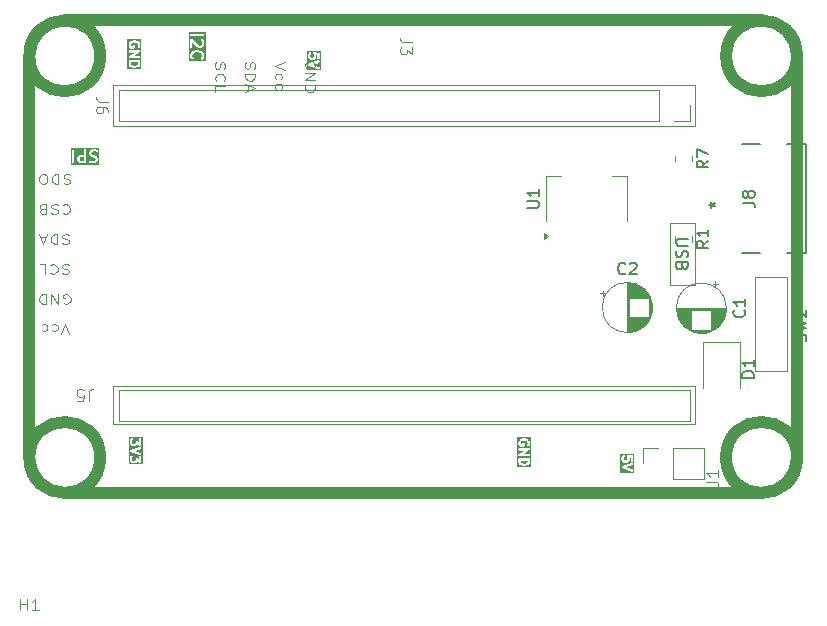
<source format=gbr>
%TF.GenerationSoftware,KiCad,Pcbnew,8.0.4*%
%TF.CreationDate,2024-07-30T00:05:44-04:00*%
%TF.ProjectId,esp32-node-board-40x65_telemetry,65737033-322d-46e6-9f64-652d626f6172,rev?*%
%TF.SameCoordinates,Original*%
%TF.FileFunction,Legend,Top*%
%TF.FilePolarity,Positive*%
%FSLAX46Y46*%
G04 Gerber Fmt 4.6, Leading zero omitted, Abs format (unit mm)*
G04 Created by KiCad (PCBNEW 8.0.4) date 2024-07-30 00:05:44*
%MOMM*%
%LPD*%
G01*
G04 APERTURE LIST*
%ADD10C,0.100000*%
%ADD11C,0.150000*%
%ADD12C,0.200000*%
%ADD13C,1.000000*%
%ADD14C,0.120000*%
%ADD15C,0.152400*%
G04 APERTURE END LIST*
D10*
X79038095Y-131507419D02*
X79038095Y-130507419D01*
X79038095Y-130983609D02*
X79609523Y-130983609D01*
X79609523Y-131507419D02*
X79609523Y-130507419D01*
X80609523Y-131507419D02*
X80038095Y-131507419D01*
X80323809Y-131507419D02*
X80323809Y-130507419D01*
X80323809Y-130507419D02*
X80228571Y-130650276D01*
X80228571Y-130650276D02*
X80133333Y-130745514D01*
X80133333Y-130745514D02*
X80038095Y-130793133D01*
D11*
X130260734Y-102959580D02*
X130213115Y-103007200D01*
X130213115Y-103007200D02*
X130070258Y-103054819D01*
X130070258Y-103054819D02*
X129975020Y-103054819D01*
X129975020Y-103054819D02*
X129832163Y-103007200D01*
X129832163Y-103007200D02*
X129736925Y-102911961D01*
X129736925Y-102911961D02*
X129689306Y-102816723D01*
X129689306Y-102816723D02*
X129641687Y-102626247D01*
X129641687Y-102626247D02*
X129641687Y-102483390D01*
X129641687Y-102483390D02*
X129689306Y-102292914D01*
X129689306Y-102292914D02*
X129736925Y-102197676D01*
X129736925Y-102197676D02*
X129832163Y-102102438D01*
X129832163Y-102102438D02*
X129975020Y-102054819D01*
X129975020Y-102054819D02*
X130070258Y-102054819D01*
X130070258Y-102054819D02*
X130213115Y-102102438D01*
X130213115Y-102102438D02*
X130260734Y-102150057D01*
X130641687Y-102150057D02*
X130689306Y-102102438D01*
X130689306Y-102102438D02*
X130784544Y-102054819D01*
X130784544Y-102054819D02*
X131022639Y-102054819D01*
X131022639Y-102054819D02*
X131117877Y-102102438D01*
X131117877Y-102102438D02*
X131165496Y-102150057D01*
X131165496Y-102150057D02*
X131213115Y-102245295D01*
X131213115Y-102245295D02*
X131213115Y-102340533D01*
X131213115Y-102340533D02*
X131165496Y-102483390D01*
X131165496Y-102483390D02*
X130594068Y-103054819D01*
X130594068Y-103054819D02*
X131213115Y-103054819D01*
X140204819Y-96983333D02*
X140919104Y-96983333D01*
X140919104Y-96983333D02*
X141061961Y-97030952D01*
X141061961Y-97030952D02*
X141157200Y-97126190D01*
X141157200Y-97126190D02*
X141204819Y-97269047D01*
X141204819Y-97269047D02*
X141204819Y-97364285D01*
X140633390Y-96364285D02*
X140585771Y-96459523D01*
X140585771Y-96459523D02*
X140538152Y-96507142D01*
X140538152Y-96507142D02*
X140442914Y-96554761D01*
X140442914Y-96554761D02*
X140395295Y-96554761D01*
X140395295Y-96554761D02*
X140300057Y-96507142D01*
X140300057Y-96507142D02*
X140252438Y-96459523D01*
X140252438Y-96459523D02*
X140204819Y-96364285D01*
X140204819Y-96364285D02*
X140204819Y-96173809D01*
X140204819Y-96173809D02*
X140252438Y-96078571D01*
X140252438Y-96078571D02*
X140300057Y-96030952D01*
X140300057Y-96030952D02*
X140395295Y-95983333D01*
X140395295Y-95983333D02*
X140442914Y-95983333D01*
X140442914Y-95983333D02*
X140538152Y-96030952D01*
X140538152Y-96030952D02*
X140585771Y-96078571D01*
X140585771Y-96078571D02*
X140633390Y-96173809D01*
X140633390Y-96173809D02*
X140633390Y-96364285D01*
X140633390Y-96364285D02*
X140681009Y-96459523D01*
X140681009Y-96459523D02*
X140728628Y-96507142D01*
X140728628Y-96507142D02*
X140823866Y-96554761D01*
X140823866Y-96554761D02*
X141014342Y-96554761D01*
X141014342Y-96554761D02*
X141109580Y-96507142D01*
X141109580Y-96507142D02*
X141157200Y-96459523D01*
X141157200Y-96459523D02*
X141204819Y-96364285D01*
X141204819Y-96364285D02*
X141204819Y-96173809D01*
X141204819Y-96173809D02*
X141157200Y-96078571D01*
X141157200Y-96078571D02*
X141109580Y-96030952D01*
X141109580Y-96030952D02*
X141014342Y-95983333D01*
X141014342Y-95983333D02*
X140823866Y-95983333D01*
X140823866Y-95983333D02*
X140728628Y-96030952D01*
X140728628Y-96030952D02*
X140681009Y-96078571D01*
X140681009Y-96078571D02*
X140633390Y-96173809D01*
X137390819Y-97157999D02*
X137628914Y-97157999D01*
X137533676Y-97396094D02*
X137628914Y-97157999D01*
X137628914Y-97157999D02*
X137533676Y-96919904D01*
X137819390Y-97300856D02*
X137628914Y-97157999D01*
X137628914Y-97157999D02*
X137819390Y-97015142D01*
X137390819Y-97157999D02*
X137628914Y-97157999D01*
X137533676Y-97396094D02*
X137628914Y-97157999D01*
X137628914Y-97157999D02*
X137533676Y-96919904D01*
X137819390Y-97300856D02*
X137628914Y-97157999D01*
X137628914Y-97157999D02*
X137819390Y-97015142D01*
X140309580Y-106071467D02*
X140357200Y-106119086D01*
X140357200Y-106119086D02*
X140404819Y-106261943D01*
X140404819Y-106261943D02*
X140404819Y-106357181D01*
X140404819Y-106357181D02*
X140357200Y-106500038D01*
X140357200Y-106500038D02*
X140261961Y-106595276D01*
X140261961Y-106595276D02*
X140166723Y-106642895D01*
X140166723Y-106642895D02*
X139976247Y-106690514D01*
X139976247Y-106690514D02*
X139833390Y-106690514D01*
X139833390Y-106690514D02*
X139642914Y-106642895D01*
X139642914Y-106642895D02*
X139547676Y-106595276D01*
X139547676Y-106595276D02*
X139452438Y-106500038D01*
X139452438Y-106500038D02*
X139404819Y-106357181D01*
X139404819Y-106357181D02*
X139404819Y-106261943D01*
X139404819Y-106261943D02*
X139452438Y-106119086D01*
X139452438Y-106119086D02*
X139500057Y-106071467D01*
X140404819Y-105119086D02*
X140404819Y-105690514D01*
X140404819Y-105404800D02*
X139404819Y-105404800D01*
X139404819Y-105404800D02*
X139547676Y-105500038D01*
X139547676Y-105500038D02*
X139642914Y-105595276D01*
X139642914Y-105595276D02*
X139690533Y-105690514D01*
D10*
X112202580Y-83416666D02*
X111488295Y-83416666D01*
X111488295Y-83416666D02*
X111345438Y-83369047D01*
X111345438Y-83369047D02*
X111250200Y-83273809D01*
X111250200Y-83273809D02*
X111202580Y-83130952D01*
X111202580Y-83130952D02*
X111202580Y-83035714D01*
X112202580Y-83797619D02*
X112202580Y-84416666D01*
X112202580Y-84416666D02*
X111821628Y-84083333D01*
X111821628Y-84083333D02*
X111821628Y-84226190D01*
X111821628Y-84226190D02*
X111774009Y-84321428D01*
X111774009Y-84321428D02*
X111726390Y-84369047D01*
X111726390Y-84369047D02*
X111631152Y-84416666D01*
X111631152Y-84416666D02*
X111393057Y-84416666D01*
X111393057Y-84416666D02*
X111297819Y-84369047D01*
X111297819Y-84369047D02*
X111250200Y-84321428D01*
X111250200Y-84321428D02*
X111202580Y-84226190D01*
X111202580Y-84226190D02*
X111202580Y-83940476D01*
X111202580Y-83940476D02*
X111250200Y-83845238D01*
X111250200Y-83845238D02*
X111297819Y-83797619D01*
X103937009Y-85528095D02*
X103975104Y-85432857D01*
X103975104Y-85432857D02*
X103975104Y-85290000D01*
X103975104Y-85290000D02*
X103937009Y-85147143D01*
X103937009Y-85147143D02*
X103860819Y-85051905D01*
X103860819Y-85051905D02*
X103784628Y-85004286D01*
X103784628Y-85004286D02*
X103632247Y-84956667D01*
X103632247Y-84956667D02*
X103517961Y-84956667D01*
X103517961Y-84956667D02*
X103365580Y-85004286D01*
X103365580Y-85004286D02*
X103289390Y-85051905D01*
X103289390Y-85051905D02*
X103213200Y-85147143D01*
X103213200Y-85147143D02*
X103175104Y-85290000D01*
X103175104Y-85290000D02*
X103175104Y-85385238D01*
X103175104Y-85385238D02*
X103213200Y-85528095D01*
X103213200Y-85528095D02*
X103251295Y-85575714D01*
X103251295Y-85575714D02*
X103517961Y-85575714D01*
X103517961Y-85575714D02*
X103517961Y-85385238D01*
X103175104Y-86004286D02*
X103975104Y-86004286D01*
X103975104Y-86004286D02*
X103175104Y-86575714D01*
X103175104Y-86575714D02*
X103975104Y-86575714D01*
X103175104Y-87051905D02*
X103975104Y-87051905D01*
X103975104Y-87051905D02*
X103975104Y-87290000D01*
X103975104Y-87290000D02*
X103937009Y-87432857D01*
X103937009Y-87432857D02*
X103860819Y-87528095D01*
X103860819Y-87528095D02*
X103784628Y-87575714D01*
X103784628Y-87575714D02*
X103632247Y-87623333D01*
X103632247Y-87623333D02*
X103517961Y-87623333D01*
X103517961Y-87623333D02*
X103365580Y-87575714D01*
X103365580Y-87575714D02*
X103289390Y-87528095D01*
X103289390Y-87528095D02*
X103213200Y-87432857D01*
X103213200Y-87432857D02*
X103175104Y-87290000D01*
X103175104Y-87290000D02*
X103175104Y-87051905D01*
D12*
G36*
X94723891Y-84982999D02*
G01*
X93301669Y-84982999D01*
X93301669Y-84488095D01*
X93412780Y-84488095D01*
X93412780Y-84583333D01*
X93413752Y-84593206D01*
X93413565Y-84595841D01*
X93414352Y-84599304D01*
X93414701Y-84602842D01*
X93415712Y-84605283D01*
X93417912Y-84614956D01*
X93465532Y-84757814D01*
X93473524Y-84775714D01*
X93475878Y-84778428D01*
X93477253Y-84781747D01*
X93489689Y-84796901D01*
X93537308Y-84844519D01*
X93552461Y-84856956D01*
X93588510Y-84871887D01*
X93627528Y-84871887D01*
X93663576Y-84856956D01*
X93691166Y-84829366D01*
X93706097Y-84793318D01*
X93706097Y-84754300D01*
X93691166Y-84718251D01*
X93678729Y-84703098D01*
X93647802Y-84672170D01*
X93612780Y-84567105D01*
X93612780Y-84504322D01*
X93647802Y-84399257D01*
X93714875Y-84332185D01*
X93785780Y-84296732D01*
X93953661Y-84254762D01*
X94071899Y-84254762D01*
X94239780Y-84296732D01*
X94310686Y-84332185D01*
X94377758Y-84399257D01*
X94412780Y-84504321D01*
X94412780Y-84567106D01*
X94377758Y-84672171D01*
X94346831Y-84703098D01*
X94334395Y-84718252D01*
X94319463Y-84754300D01*
X94319463Y-84793318D01*
X94334395Y-84829366D01*
X94361985Y-84856956D01*
X94398033Y-84871888D01*
X94437051Y-84871888D01*
X94473099Y-84856956D01*
X94488253Y-84844520D01*
X94535871Y-84796901D01*
X94548308Y-84781748D01*
X94549682Y-84778428D01*
X94552038Y-84775713D01*
X94560029Y-84757813D01*
X94607648Y-84614956D01*
X94609847Y-84605283D01*
X94610859Y-84602842D01*
X94611207Y-84599304D01*
X94611995Y-84595841D01*
X94611807Y-84593206D01*
X94612780Y-84583333D01*
X94612780Y-84488095D01*
X94611807Y-84478221D01*
X94611995Y-84475587D01*
X94611207Y-84472123D01*
X94610859Y-84468586D01*
X94609847Y-84466144D01*
X94607648Y-84456472D01*
X94560029Y-84313615D01*
X94552038Y-84295715D01*
X94549682Y-84292999D01*
X94548308Y-84289681D01*
X94535872Y-84274527D01*
X94440634Y-84179289D01*
X94432963Y-84172994D01*
X94431234Y-84171000D01*
X94428226Y-84169106D01*
X94425480Y-84166853D01*
X94423040Y-84165842D01*
X94414644Y-84160557D01*
X94319406Y-84112938D01*
X94317979Y-84112392D01*
X94317399Y-84111962D01*
X94309222Y-84109040D01*
X94301098Y-84105932D01*
X94300375Y-84105880D01*
X94298938Y-84105367D01*
X94108463Y-84057748D01*
X94105081Y-84057247D01*
X94103718Y-84056683D01*
X94096367Y-84055959D01*
X94089070Y-84054880D01*
X94087611Y-84055097D01*
X94084209Y-84054762D01*
X93941352Y-84054762D01*
X93937949Y-84055097D01*
X93936491Y-84054880D01*
X93929193Y-84055959D01*
X93921843Y-84056683D01*
X93920479Y-84057247D01*
X93917098Y-84057748D01*
X93726622Y-84105367D01*
X93725183Y-84105880D01*
X93724463Y-84105932D01*
X93716338Y-84109040D01*
X93708162Y-84111962D01*
X93707582Y-84112391D01*
X93706154Y-84112938D01*
X93610917Y-84160557D01*
X93602518Y-84165843D01*
X93600081Y-84166853D01*
X93597337Y-84169104D01*
X93594326Y-84171000D01*
X93592593Y-84172997D01*
X93584927Y-84179289D01*
X93489689Y-84274527D01*
X93477253Y-84289681D01*
X93475878Y-84292999D01*
X93473524Y-84295714D01*
X93465532Y-84313614D01*
X93417912Y-84456472D01*
X93415712Y-84466144D01*
X93414701Y-84468586D01*
X93414352Y-84472123D01*
X93413565Y-84475587D01*
X93413752Y-84478221D01*
X93412780Y-84488095D01*
X93301669Y-84488095D01*
X93301669Y-83154762D01*
X93412780Y-83154762D01*
X93412780Y-83773809D01*
X93414701Y-83793318D01*
X93429633Y-83829366D01*
X93457223Y-83856956D01*
X93493271Y-83871888D01*
X93532289Y-83871888D01*
X93568337Y-83856956D01*
X93595927Y-83829366D01*
X93610859Y-83793318D01*
X93612780Y-83773809D01*
X93612780Y-83396183D01*
X94013498Y-83796901D01*
X94028652Y-83809337D01*
X94031970Y-83810711D01*
X94034686Y-83813067D01*
X94052586Y-83821058D01*
X94195443Y-83868677D01*
X94205115Y-83870876D01*
X94207557Y-83871888D01*
X94211094Y-83872236D01*
X94214558Y-83873024D01*
X94217192Y-83872836D01*
X94227066Y-83873809D01*
X94322304Y-83873809D01*
X94341813Y-83871888D01*
X94345133Y-83870512D01*
X94348717Y-83870258D01*
X94367025Y-83863252D01*
X94462263Y-83815633D01*
X94470659Y-83810347D01*
X94473099Y-83809337D01*
X94475845Y-83807083D01*
X94478853Y-83805190D01*
X94480582Y-83803195D01*
X94488253Y-83796901D01*
X94535871Y-83749282D01*
X94542163Y-83741615D01*
X94544161Y-83739883D01*
X94546054Y-83736874D01*
X94548308Y-83734129D01*
X94549318Y-83731688D01*
X94554604Y-83723292D01*
X94602223Y-83628055D01*
X94609229Y-83609746D01*
X94609483Y-83606162D01*
X94610859Y-83602842D01*
X94612780Y-83583333D01*
X94612780Y-83345238D01*
X94610859Y-83325729D01*
X94609483Y-83322408D01*
X94609229Y-83318825D01*
X94602223Y-83300516D01*
X94554604Y-83205279D01*
X94549318Y-83196882D01*
X94548308Y-83194442D01*
X94546054Y-83191696D01*
X94544161Y-83188688D01*
X94542163Y-83186955D01*
X94535871Y-83179289D01*
X94488253Y-83131670D01*
X94473099Y-83119234D01*
X94437051Y-83104302D01*
X94398033Y-83104302D01*
X94361985Y-83119234D01*
X94334395Y-83146824D01*
X94319463Y-83182872D01*
X94319463Y-83221890D01*
X94334395Y-83257938D01*
X94346831Y-83273092D01*
X94382975Y-83309235D01*
X94412780Y-83368845D01*
X94412780Y-83559726D01*
X94382975Y-83619335D01*
X94358306Y-83644003D01*
X94298697Y-83673809D01*
X94243292Y-83673809D01*
X94138228Y-83638787D01*
X93583491Y-83084051D01*
X93568337Y-83071615D01*
X93532289Y-83056683D01*
X93493271Y-83056683D01*
X93457223Y-83071615D01*
X93429633Y-83099205D01*
X93414701Y-83135253D01*
X93412780Y-83154762D01*
X93301669Y-83154762D01*
X93301669Y-82754301D01*
X93414701Y-82754301D01*
X93414701Y-82793319D01*
X93429633Y-82829367D01*
X93457223Y-82856957D01*
X93493271Y-82871889D01*
X93512780Y-82873810D01*
X94512780Y-82873810D01*
X94532289Y-82871889D01*
X94568337Y-82856957D01*
X94595927Y-82829367D01*
X94610859Y-82793319D01*
X94610859Y-82754301D01*
X94595927Y-82718253D01*
X94568337Y-82690663D01*
X94532289Y-82675731D01*
X94512780Y-82673810D01*
X93512780Y-82673810D01*
X93493271Y-82675731D01*
X93457223Y-82690663D01*
X93429633Y-82718253D01*
X93414701Y-82754301D01*
X93301669Y-82754301D01*
X93301669Y-82562699D01*
X94723891Y-82562699D01*
X94723891Y-84982999D01*
G37*
D10*
X101435104Y-85099524D02*
X100635104Y-85432857D01*
X100635104Y-85432857D02*
X101435104Y-85766190D01*
X100673200Y-86528095D02*
X100635104Y-86432857D01*
X100635104Y-86432857D02*
X100635104Y-86242381D01*
X100635104Y-86242381D02*
X100673200Y-86147143D01*
X100673200Y-86147143D02*
X100711295Y-86099524D01*
X100711295Y-86099524D02*
X100787485Y-86051905D01*
X100787485Y-86051905D02*
X101016057Y-86051905D01*
X101016057Y-86051905D02*
X101092247Y-86099524D01*
X101092247Y-86099524D02*
X101130342Y-86147143D01*
X101130342Y-86147143D02*
X101168438Y-86242381D01*
X101168438Y-86242381D02*
X101168438Y-86432857D01*
X101168438Y-86432857D02*
X101130342Y-86528095D01*
X100673200Y-87385238D02*
X100635104Y-87290000D01*
X100635104Y-87290000D02*
X100635104Y-87099524D01*
X100635104Y-87099524D02*
X100673200Y-87004286D01*
X100673200Y-87004286D02*
X100711295Y-86956667D01*
X100711295Y-86956667D02*
X100787485Y-86909048D01*
X100787485Y-86909048D02*
X101016057Y-86909048D01*
X101016057Y-86909048D02*
X101092247Y-86956667D01*
X101092247Y-86956667D02*
X101130342Y-87004286D01*
X101130342Y-87004286D02*
X101168438Y-87099524D01*
X101168438Y-87099524D02*
X101168438Y-87290000D01*
X101168438Y-87290000D02*
X101130342Y-87385238D01*
X95593200Y-85099524D02*
X95555104Y-85242381D01*
X95555104Y-85242381D02*
X95555104Y-85480476D01*
X95555104Y-85480476D02*
X95593200Y-85575714D01*
X95593200Y-85575714D02*
X95631295Y-85623333D01*
X95631295Y-85623333D02*
X95707485Y-85670952D01*
X95707485Y-85670952D02*
X95783676Y-85670952D01*
X95783676Y-85670952D02*
X95859866Y-85623333D01*
X95859866Y-85623333D02*
X95897961Y-85575714D01*
X95897961Y-85575714D02*
X95936057Y-85480476D01*
X95936057Y-85480476D02*
X95974152Y-85290000D01*
X95974152Y-85290000D02*
X96012247Y-85194762D01*
X96012247Y-85194762D02*
X96050342Y-85147143D01*
X96050342Y-85147143D02*
X96126533Y-85099524D01*
X96126533Y-85099524D02*
X96202723Y-85099524D01*
X96202723Y-85099524D02*
X96278914Y-85147143D01*
X96278914Y-85147143D02*
X96317009Y-85194762D01*
X96317009Y-85194762D02*
X96355104Y-85290000D01*
X96355104Y-85290000D02*
X96355104Y-85528095D01*
X96355104Y-85528095D02*
X96317009Y-85670952D01*
X95631295Y-86670952D02*
X95593200Y-86623333D01*
X95593200Y-86623333D02*
X95555104Y-86480476D01*
X95555104Y-86480476D02*
X95555104Y-86385238D01*
X95555104Y-86385238D02*
X95593200Y-86242381D01*
X95593200Y-86242381D02*
X95669390Y-86147143D01*
X95669390Y-86147143D02*
X95745580Y-86099524D01*
X95745580Y-86099524D02*
X95897961Y-86051905D01*
X95897961Y-86051905D02*
X96012247Y-86051905D01*
X96012247Y-86051905D02*
X96164628Y-86099524D01*
X96164628Y-86099524D02*
X96240819Y-86147143D01*
X96240819Y-86147143D02*
X96317009Y-86242381D01*
X96317009Y-86242381D02*
X96355104Y-86385238D01*
X96355104Y-86385238D02*
X96355104Y-86480476D01*
X96355104Y-86480476D02*
X96317009Y-86623333D01*
X96317009Y-86623333D02*
X96278914Y-86670952D01*
X95555104Y-87575714D02*
X95555104Y-87099524D01*
X95555104Y-87099524D02*
X96355104Y-87099524D01*
X98133200Y-85075714D02*
X98095104Y-85218571D01*
X98095104Y-85218571D02*
X98095104Y-85456666D01*
X98095104Y-85456666D02*
X98133200Y-85551904D01*
X98133200Y-85551904D02*
X98171295Y-85599523D01*
X98171295Y-85599523D02*
X98247485Y-85647142D01*
X98247485Y-85647142D02*
X98323676Y-85647142D01*
X98323676Y-85647142D02*
X98399866Y-85599523D01*
X98399866Y-85599523D02*
X98437961Y-85551904D01*
X98437961Y-85551904D02*
X98476057Y-85456666D01*
X98476057Y-85456666D02*
X98514152Y-85266190D01*
X98514152Y-85266190D02*
X98552247Y-85170952D01*
X98552247Y-85170952D02*
X98590342Y-85123333D01*
X98590342Y-85123333D02*
X98666533Y-85075714D01*
X98666533Y-85075714D02*
X98742723Y-85075714D01*
X98742723Y-85075714D02*
X98818914Y-85123333D01*
X98818914Y-85123333D02*
X98857009Y-85170952D01*
X98857009Y-85170952D02*
X98895104Y-85266190D01*
X98895104Y-85266190D02*
X98895104Y-85504285D01*
X98895104Y-85504285D02*
X98857009Y-85647142D01*
X98095104Y-86075714D02*
X98895104Y-86075714D01*
X98895104Y-86075714D02*
X98895104Y-86313809D01*
X98895104Y-86313809D02*
X98857009Y-86456666D01*
X98857009Y-86456666D02*
X98780819Y-86551904D01*
X98780819Y-86551904D02*
X98704628Y-86599523D01*
X98704628Y-86599523D02*
X98552247Y-86647142D01*
X98552247Y-86647142D02*
X98437961Y-86647142D01*
X98437961Y-86647142D02*
X98285580Y-86599523D01*
X98285580Y-86599523D02*
X98209390Y-86551904D01*
X98209390Y-86551904D02*
X98133200Y-86456666D01*
X98133200Y-86456666D02*
X98095104Y-86313809D01*
X98095104Y-86313809D02*
X98095104Y-86075714D01*
X98323676Y-87028095D02*
X98323676Y-87504285D01*
X98095104Y-86932857D02*
X98895104Y-87266190D01*
X98895104Y-87266190D02*
X98095104Y-87599523D01*
D11*
X137304819Y-93416666D02*
X136828628Y-93749999D01*
X137304819Y-93988094D02*
X136304819Y-93988094D01*
X136304819Y-93988094D02*
X136304819Y-93607142D01*
X136304819Y-93607142D02*
X136352438Y-93511904D01*
X136352438Y-93511904D02*
X136400057Y-93464285D01*
X136400057Y-93464285D02*
X136495295Y-93416666D01*
X136495295Y-93416666D02*
X136638152Y-93416666D01*
X136638152Y-93416666D02*
X136733390Y-93464285D01*
X136733390Y-93464285D02*
X136781009Y-93511904D01*
X136781009Y-93511904D02*
X136828628Y-93607142D01*
X136828628Y-93607142D02*
X136828628Y-93988094D01*
X136304819Y-93083332D02*
X136304819Y-92416666D01*
X136304819Y-92416666D02*
X137304819Y-92845237D01*
D10*
X86452580Y-88416666D02*
X85738295Y-88416666D01*
X85738295Y-88416666D02*
X85595438Y-88369047D01*
X85595438Y-88369047D02*
X85500200Y-88273809D01*
X85500200Y-88273809D02*
X85452580Y-88130952D01*
X85452580Y-88130952D02*
X85452580Y-88035714D01*
X86452580Y-89321428D02*
X86452580Y-89130952D01*
X86452580Y-89130952D02*
X86404961Y-89035714D01*
X86404961Y-89035714D02*
X86357342Y-88988095D01*
X86357342Y-88988095D02*
X86214485Y-88892857D01*
X86214485Y-88892857D02*
X86024009Y-88845238D01*
X86024009Y-88845238D02*
X85643057Y-88845238D01*
X85643057Y-88845238D02*
X85547819Y-88892857D01*
X85547819Y-88892857D02*
X85500200Y-88940476D01*
X85500200Y-88940476D02*
X85452580Y-89035714D01*
X85452580Y-89035714D02*
X85452580Y-89226190D01*
X85452580Y-89226190D02*
X85500200Y-89321428D01*
X85500200Y-89321428D02*
X85547819Y-89369047D01*
X85547819Y-89369047D02*
X85643057Y-89416666D01*
X85643057Y-89416666D02*
X85881152Y-89416666D01*
X85881152Y-89416666D02*
X85976390Y-89369047D01*
X85976390Y-89369047D02*
X86024009Y-89321428D01*
X86024009Y-89321428D02*
X86071628Y-89226190D01*
X86071628Y-89226190D02*
X86071628Y-89035714D01*
X86071628Y-89035714D02*
X86024009Y-88940476D01*
X86024009Y-88940476D02*
X85976390Y-88892857D01*
X85976390Y-88892857D02*
X85881152Y-88845238D01*
D12*
G36*
X89000304Y-85183147D02*
G01*
X88974806Y-85259640D01*
X88926782Y-85307664D01*
X88874924Y-85333593D01*
X88745137Y-85366041D01*
X88655471Y-85366041D01*
X88525684Y-85333593D01*
X88473827Y-85307665D01*
X88425802Y-85259640D01*
X88400304Y-85183146D01*
X88400304Y-85108898D01*
X89000304Y-85108898D01*
X89000304Y-85183147D01*
G37*
G36*
X89300304Y-85666041D02*
G01*
X88100304Y-85666041D01*
X88100304Y-85008898D01*
X88200304Y-85008898D01*
X88200304Y-85199374D01*
X88201276Y-85209247D01*
X88201089Y-85211882D01*
X88201876Y-85215345D01*
X88202225Y-85218883D01*
X88203236Y-85221324D01*
X88205436Y-85230997D01*
X88243532Y-85345283D01*
X88251524Y-85363183D01*
X88253877Y-85365896D01*
X88255253Y-85369217D01*
X88267689Y-85384371D01*
X88343879Y-85460561D01*
X88351545Y-85466852D01*
X88353278Y-85468850D01*
X88356289Y-85470745D01*
X88359033Y-85472997D01*
X88361470Y-85474006D01*
X88369869Y-85479293D01*
X88446059Y-85517388D01*
X88447483Y-85517933D01*
X88448065Y-85518364D01*
X88456256Y-85521290D01*
X88464367Y-85524394D01*
X88465087Y-85524445D01*
X88466526Y-85524959D01*
X88618907Y-85563055D01*
X88622288Y-85563555D01*
X88623652Y-85564120D01*
X88631000Y-85564843D01*
X88638299Y-85565923D01*
X88639757Y-85565705D01*
X88643161Y-85566041D01*
X88757447Y-85566041D01*
X88760850Y-85565705D01*
X88762309Y-85565923D01*
X88769607Y-85564843D01*
X88776956Y-85564120D01*
X88778319Y-85563555D01*
X88781701Y-85563055D01*
X88934082Y-85524959D01*
X88935520Y-85524445D01*
X88936240Y-85524394D01*
X88944342Y-85521293D01*
X88952543Y-85518364D01*
X88953124Y-85517933D01*
X88954549Y-85517388D01*
X89030740Y-85479293D01*
X89039136Y-85474007D01*
X89041576Y-85472997D01*
X89044322Y-85470743D01*
X89047330Y-85468850D01*
X89049060Y-85466855D01*
X89056730Y-85460561D01*
X89132920Y-85384371D01*
X89145356Y-85369217D01*
X89146730Y-85365898D01*
X89149086Y-85363183D01*
X89157077Y-85345283D01*
X89195172Y-85230996D01*
X89197371Y-85221325D01*
X89198383Y-85218883D01*
X89198731Y-85215343D01*
X89199519Y-85211881D01*
X89199331Y-85209247D01*
X89200304Y-85199374D01*
X89200304Y-85008898D01*
X89198383Y-84989389D01*
X89183451Y-84953341D01*
X89155861Y-84925751D01*
X89119813Y-84910819D01*
X89100304Y-84908898D01*
X88300304Y-84908898D01*
X88280795Y-84910819D01*
X88244747Y-84925751D01*
X88217157Y-84953341D01*
X88202225Y-84989389D01*
X88200304Y-85008898D01*
X88100304Y-85008898D01*
X88100304Y-84620961D01*
X88200548Y-84620961D01*
X88202225Y-84634154D01*
X88202225Y-84647455D01*
X88204664Y-84653343D01*
X88205468Y-84659668D01*
X88212068Y-84671217D01*
X88217157Y-84683503D01*
X88221664Y-84688010D01*
X88224827Y-84693545D01*
X88235341Y-84701687D01*
X88244747Y-84711093D01*
X88250637Y-84713532D01*
X88255676Y-84717435D01*
X88268504Y-84720933D01*
X88280795Y-84726025D01*
X88290772Y-84727007D01*
X88293319Y-84727702D01*
X88295286Y-84727451D01*
X88300304Y-84727946D01*
X89100304Y-84727946D01*
X89119813Y-84726025D01*
X89155861Y-84711093D01*
X89183451Y-84683503D01*
X89198383Y-84647455D01*
X89198383Y-84608437D01*
X89183451Y-84572389D01*
X89155861Y-84544799D01*
X89119813Y-84529867D01*
X89100304Y-84527946D01*
X88676860Y-84527946D01*
X89149918Y-84257627D01*
X89154028Y-84254708D01*
X89155861Y-84253950D01*
X89157727Y-84252083D01*
X89165903Y-84246280D01*
X89174045Y-84235765D01*
X89183451Y-84226360D01*
X89185890Y-84220469D01*
X89189793Y-84215431D01*
X89193291Y-84202603D01*
X89198383Y-84190312D01*
X89198383Y-84183935D01*
X89200060Y-84177787D01*
X89198383Y-84164593D01*
X89198383Y-84151294D01*
X89195943Y-84145405D01*
X89195140Y-84139081D01*
X89188539Y-84127531D01*
X89183451Y-84115246D01*
X89178943Y-84110738D01*
X89175781Y-84105204D01*
X89165266Y-84097061D01*
X89155861Y-84087656D01*
X89149970Y-84085216D01*
X89144932Y-84081314D01*
X89132103Y-84077815D01*
X89119813Y-84072724D01*
X89109835Y-84071741D01*
X89107289Y-84071047D01*
X89105321Y-84071297D01*
X89100304Y-84070803D01*
X88300304Y-84070803D01*
X88280795Y-84072724D01*
X88244747Y-84087656D01*
X88217157Y-84115246D01*
X88202225Y-84151294D01*
X88202225Y-84190312D01*
X88217157Y-84226360D01*
X88244747Y-84253950D01*
X88280795Y-84268882D01*
X88300304Y-84270803D01*
X88723748Y-84270803D01*
X88250690Y-84541122D01*
X88246579Y-84544040D01*
X88244747Y-84544799D01*
X88242880Y-84546665D01*
X88234705Y-84552469D01*
X88226562Y-84562983D01*
X88217157Y-84572389D01*
X88214717Y-84578279D01*
X88210815Y-84583318D01*
X88207316Y-84596146D01*
X88202225Y-84608437D01*
X88202225Y-84614812D01*
X88200548Y-84620961D01*
X88100304Y-84620961D01*
X88100304Y-83599374D01*
X88200304Y-83599374D01*
X88200304Y-83675565D01*
X88201276Y-83685438D01*
X88201089Y-83688073D01*
X88201876Y-83691537D01*
X88202225Y-83695074D01*
X88203236Y-83697514D01*
X88205436Y-83707189D01*
X88243532Y-83821473D01*
X88251524Y-83839374D01*
X88253877Y-83842087D01*
X88255252Y-83845406D01*
X88267688Y-83860560D01*
X88305783Y-83898656D01*
X88320936Y-83911092D01*
X88320937Y-83911092D01*
X88320938Y-83911093D01*
X88356986Y-83926025D01*
X88376495Y-83927946D01*
X88643161Y-83927946D01*
X88662670Y-83926025D01*
X88698718Y-83911093D01*
X88726308Y-83883503D01*
X88741240Y-83847455D01*
X88743161Y-83827946D01*
X88743161Y-83675565D01*
X88741240Y-83656056D01*
X88726308Y-83620008D01*
X88698718Y-83592418D01*
X88662670Y-83577486D01*
X88623652Y-83577486D01*
X88587604Y-83592418D01*
X88560014Y-83620008D01*
X88545082Y-83656056D01*
X88543161Y-83675565D01*
X88543161Y-83727946D01*
X88423174Y-83727946D01*
X88400304Y-83659336D01*
X88400304Y-83615601D01*
X88425802Y-83539107D01*
X88473827Y-83491083D01*
X88525684Y-83465154D01*
X88655471Y-83432707D01*
X88745137Y-83432707D01*
X88874924Y-83465154D01*
X88926782Y-83491083D01*
X88974806Y-83539107D01*
X89000304Y-83615600D01*
X89000304Y-83690053D01*
X88972766Y-83745129D01*
X88965760Y-83763437D01*
X88962994Y-83802357D01*
X88975333Y-83839373D01*
X89000897Y-83868850D01*
X89035796Y-83886299D01*
X89074716Y-83889065D01*
X89111732Y-83876726D01*
X89141209Y-83851162D01*
X89151652Y-83834571D01*
X89189747Y-83758381D01*
X89196753Y-83740073D01*
X89197007Y-83736489D01*
X89198383Y-83733169D01*
X89200304Y-83713660D01*
X89200304Y-83599374D01*
X89199331Y-83589500D01*
X89199519Y-83586867D01*
X89198731Y-83583404D01*
X89198383Y-83579865D01*
X89197371Y-83577422D01*
X89195172Y-83567752D01*
X89157077Y-83453465D01*
X89149086Y-83435565D01*
X89146730Y-83432849D01*
X89145356Y-83429531D01*
X89132920Y-83414377D01*
X89056730Y-83338187D01*
X89049060Y-83331892D01*
X89047330Y-83329898D01*
X89044322Y-83328004D01*
X89041576Y-83325751D01*
X89039136Y-83324740D01*
X89030740Y-83319455D01*
X88954549Y-83281360D01*
X88953124Y-83280814D01*
X88952543Y-83280384D01*
X88944342Y-83277454D01*
X88936240Y-83274354D01*
X88935520Y-83274302D01*
X88934082Y-83273789D01*
X88781701Y-83235693D01*
X88778319Y-83235192D01*
X88776956Y-83234628D01*
X88769607Y-83233904D01*
X88762309Y-83232825D01*
X88760850Y-83233042D01*
X88757447Y-83232707D01*
X88643161Y-83232707D01*
X88639757Y-83233042D01*
X88638299Y-83232825D01*
X88631000Y-83233904D01*
X88623652Y-83234628D01*
X88622288Y-83235192D01*
X88618907Y-83235693D01*
X88466526Y-83273789D01*
X88465087Y-83274302D01*
X88464367Y-83274354D01*
X88456256Y-83277457D01*
X88448065Y-83280384D01*
X88447483Y-83280814D01*
X88446059Y-83281360D01*
X88369869Y-83319455D01*
X88361470Y-83324741D01*
X88359033Y-83325751D01*
X88356289Y-83328002D01*
X88353278Y-83329898D01*
X88351545Y-83331895D01*
X88343879Y-83338187D01*
X88267689Y-83414377D01*
X88255253Y-83429531D01*
X88253877Y-83432851D01*
X88251524Y-83435565D01*
X88243532Y-83453465D01*
X88205436Y-83567751D01*
X88203236Y-83577423D01*
X88202225Y-83579865D01*
X88201876Y-83583402D01*
X88201089Y-83586866D01*
X88201276Y-83589500D01*
X88200304Y-83599374D01*
X88100304Y-83599374D01*
X88100304Y-83132707D01*
X89300304Y-83132707D01*
X89300304Y-85666041D01*
G37*
G36*
X131040304Y-119852221D02*
G01*
X129840304Y-119852221D01*
X129840304Y-119373833D01*
X129941089Y-119373833D01*
X129941977Y-119386340D01*
X129941089Y-119398847D01*
X129943348Y-119405625D01*
X129943855Y-119412753D01*
X129949461Y-119423965D01*
X129953427Y-119435863D01*
X129958110Y-119441262D01*
X129961305Y-119447652D01*
X129970779Y-119455869D01*
X129978993Y-119465339D01*
X129985380Y-119468532D01*
X129990781Y-119473217D01*
X130008681Y-119481208D01*
X130808681Y-119747874D01*
X130827797Y-119752221D01*
X130866717Y-119749455D01*
X130901616Y-119732005D01*
X130927181Y-119702529D01*
X130939519Y-119665513D01*
X130936753Y-119626593D01*
X130919304Y-119591694D01*
X130889827Y-119566129D01*
X130871927Y-119558138D01*
X130356531Y-119386339D01*
X130871927Y-119214541D01*
X130889827Y-119206550D01*
X130919303Y-119180985D01*
X130936753Y-119146086D01*
X130939519Y-119107166D01*
X130927180Y-119070150D01*
X130901615Y-119040674D01*
X130866716Y-119023224D01*
X130827796Y-119020458D01*
X130808681Y-119024805D01*
X130008681Y-119291472D01*
X129990781Y-119299463D01*
X129985381Y-119304146D01*
X129978992Y-119307341D01*
X129970774Y-119316815D01*
X129961305Y-119325029D01*
X129958111Y-119331416D01*
X129953427Y-119336817D01*
X129949461Y-119348715D01*
X129943855Y-119359927D01*
X129943348Y-119367054D01*
X129941089Y-119373833D01*
X129840304Y-119373833D01*
X129840304Y-118548244D01*
X129940304Y-118548244D01*
X129940304Y-118738720D01*
X129942225Y-118758229D01*
X129943600Y-118761549D01*
X129943855Y-118765133D01*
X129950862Y-118783442D01*
X129988957Y-118859633D01*
X129994243Y-118868031D01*
X129995253Y-118870468D01*
X129997504Y-118873211D01*
X129999400Y-118876223D01*
X130001397Y-118877955D01*
X130007689Y-118885622D01*
X130045784Y-118923716D01*
X130053450Y-118930008D01*
X130055183Y-118932006D01*
X130058191Y-118933899D01*
X130060937Y-118936153D01*
X130063377Y-118937163D01*
X130071774Y-118942449D01*
X130147964Y-118980544D01*
X130166272Y-118987550D01*
X130169855Y-118987804D01*
X130173176Y-118989180D01*
X130192685Y-118991101D01*
X130383161Y-118991101D01*
X130402670Y-118989180D01*
X130405990Y-118987804D01*
X130409573Y-118987550D01*
X130427882Y-118980544D01*
X130504073Y-118942449D01*
X130512469Y-118937163D01*
X130514909Y-118936153D01*
X130517655Y-118933899D01*
X130520663Y-118932006D01*
X130522393Y-118930011D01*
X130530063Y-118923717D01*
X130568157Y-118885622D01*
X130574451Y-118877952D01*
X130576447Y-118876222D01*
X130578338Y-118873216D01*
X130580594Y-118870469D01*
X130581605Y-118868027D01*
X130586890Y-118859632D01*
X130624985Y-118783441D01*
X130631991Y-118765132D01*
X130632245Y-118761549D01*
X130633621Y-118758229D01*
X130635542Y-118738720D01*
X130635542Y-118552076D01*
X130740304Y-118562552D01*
X130740304Y-118853006D01*
X130742225Y-118872515D01*
X130757157Y-118908563D01*
X130784747Y-118936153D01*
X130820795Y-118951085D01*
X130859813Y-118951085D01*
X130895861Y-118936153D01*
X130923451Y-118908563D01*
X130938383Y-118872515D01*
X130940304Y-118853006D01*
X130940304Y-118472054D01*
X130939593Y-118464837D01*
X130939837Y-118462401D01*
X130939119Y-118460022D01*
X130938383Y-118452545D01*
X130932786Y-118439035D01*
X130928566Y-118425046D01*
X130925378Y-118421149D01*
X130923451Y-118416497D01*
X130913114Y-118406160D01*
X130903859Y-118394848D01*
X130899421Y-118392467D01*
X130895861Y-118388907D01*
X130882358Y-118383313D01*
X130869476Y-118376403D01*
X130862110Y-118374926D01*
X130859813Y-118373975D01*
X130857363Y-118373975D01*
X130850254Y-118372550D01*
X130469303Y-118334454D01*
X130449699Y-118334425D01*
X130444879Y-118335879D01*
X130439844Y-118335879D01*
X130426339Y-118341472D01*
X130412344Y-118345695D01*
X130408446Y-118348883D01*
X130403796Y-118350810D01*
X130393458Y-118361147D01*
X130382146Y-118370403D01*
X130379766Y-118374838D01*
X130376205Y-118378400D01*
X130370611Y-118391903D01*
X130363701Y-118404786D01*
X130363199Y-118409798D01*
X130361274Y-118414448D01*
X130361273Y-118429062D01*
X130359819Y-118443611D01*
X130361273Y-118448430D01*
X130361273Y-118453466D01*
X130366866Y-118466970D01*
X130371089Y-118480966D01*
X130374277Y-118484863D01*
X130376204Y-118489514D01*
X130388640Y-118504668D01*
X130415261Y-118531290D01*
X130435542Y-118571851D01*
X130435542Y-118715113D01*
X130415261Y-118755675D01*
X130400115Y-118770820D01*
X130359554Y-118791101D01*
X130216292Y-118791101D01*
X130175730Y-118770820D01*
X130160584Y-118755673D01*
X130140304Y-118715113D01*
X130140304Y-118571850D01*
X130160585Y-118531290D01*
X130187206Y-118504668D01*
X130199643Y-118489514D01*
X130214574Y-118453466D01*
X130214573Y-118414448D01*
X130199641Y-118378400D01*
X130172051Y-118350810D01*
X130136003Y-118335879D01*
X130096985Y-118335880D01*
X130060936Y-118350812D01*
X130045783Y-118363248D01*
X130007688Y-118401344D01*
X130001394Y-118409013D01*
X129999401Y-118410742D01*
X129997508Y-118413747D01*
X129995252Y-118416498D01*
X129994240Y-118418940D01*
X129988958Y-118427332D01*
X129950862Y-118503522D01*
X129943855Y-118521830D01*
X129943600Y-118525415D01*
X129942225Y-118528735D01*
X129940304Y-118548244D01*
X129840304Y-118548244D01*
X129840304Y-118234425D01*
X131040304Y-118234425D01*
X131040304Y-119852221D01*
G37*
G36*
X89400304Y-119138720D02*
G01*
X88200304Y-119138720D01*
X88200304Y-118557768D01*
X88300304Y-118557768D01*
X88300304Y-118786339D01*
X88302225Y-118805848D01*
X88303600Y-118809168D01*
X88303855Y-118812752D01*
X88310862Y-118831061D01*
X88348957Y-118907252D01*
X88354243Y-118915650D01*
X88355253Y-118918087D01*
X88357504Y-118920830D01*
X88359400Y-118923842D01*
X88361397Y-118925574D01*
X88367689Y-118933241D01*
X88405784Y-118971335D01*
X88413450Y-118977627D01*
X88415183Y-118979625D01*
X88418191Y-118981518D01*
X88420937Y-118983772D01*
X88423377Y-118984782D01*
X88431774Y-118990068D01*
X88507964Y-119028163D01*
X88526272Y-119035169D01*
X88529855Y-119035423D01*
X88533176Y-119036799D01*
X88552685Y-119038720D01*
X88743161Y-119038720D01*
X88762670Y-119036799D01*
X88765990Y-119035423D01*
X88769573Y-119035169D01*
X88787882Y-119028163D01*
X88864073Y-118990068D01*
X88872469Y-118984782D01*
X88874909Y-118983772D01*
X88877655Y-118981518D01*
X88880663Y-118979625D01*
X88882393Y-118977630D01*
X88890063Y-118971336D01*
X88928157Y-118933241D01*
X88934451Y-118925571D01*
X88936447Y-118923841D01*
X88938338Y-118920835D01*
X88940594Y-118918088D01*
X88941605Y-118915646D01*
X88946890Y-118907251D01*
X88966851Y-118867326D01*
X89134454Y-119013978D01*
X89142887Y-119020007D01*
X89144747Y-119021867D01*
X89146510Y-119022597D01*
X89150401Y-119025379D01*
X89165787Y-119030582D01*
X89180795Y-119036799D01*
X89184169Y-119036799D01*
X89187363Y-119037879D01*
X89203565Y-119036799D01*
X89219813Y-119036799D01*
X89222928Y-119035508D01*
X89226294Y-119035284D01*
X89240862Y-119028079D01*
X89255861Y-119021867D01*
X89258243Y-119019484D01*
X89261270Y-119017988D01*
X89271978Y-119005749D01*
X89283451Y-118994277D01*
X89284740Y-118991164D01*
X89286963Y-118988624D01*
X89292168Y-118973232D01*
X89298383Y-118958229D01*
X89298851Y-118953469D01*
X89299463Y-118951662D01*
X89299288Y-118949037D01*
X89300304Y-118938720D01*
X89300304Y-118443482D01*
X89298383Y-118423973D01*
X89283451Y-118387925D01*
X89255861Y-118360335D01*
X89228021Y-118348802D01*
X89261616Y-118332005D01*
X89287181Y-118302529D01*
X89299519Y-118265513D01*
X89296753Y-118226593D01*
X89279304Y-118191694D01*
X89249827Y-118166129D01*
X89231927Y-118158138D01*
X88716531Y-117986339D01*
X89231927Y-117814541D01*
X89249827Y-117806550D01*
X89279303Y-117780985D01*
X89296753Y-117746086D01*
X89299519Y-117707166D01*
X89287180Y-117670150D01*
X89261615Y-117640674D01*
X89226716Y-117623224D01*
X89187796Y-117620458D01*
X89168681Y-117624805D01*
X88368681Y-117891472D01*
X88350781Y-117899463D01*
X88345381Y-117904146D01*
X88338992Y-117907341D01*
X88330774Y-117916815D01*
X88321305Y-117925029D01*
X88318111Y-117931416D01*
X88313427Y-117936817D01*
X88309461Y-117948715D01*
X88303855Y-117959927D01*
X88303348Y-117967054D01*
X88301089Y-117973833D01*
X88301977Y-117986340D01*
X88301089Y-117998847D01*
X88303348Y-118005625D01*
X88303855Y-118012753D01*
X88309461Y-118023965D01*
X88313427Y-118035863D01*
X88318110Y-118041262D01*
X88321305Y-118047652D01*
X88330779Y-118055869D01*
X88338993Y-118065339D01*
X88345380Y-118068532D01*
X88350781Y-118073217D01*
X88368681Y-118081208D01*
X89168681Y-118347874D01*
X89172650Y-118348776D01*
X89144747Y-118360335D01*
X89117157Y-118387925D01*
X89102225Y-118423973D01*
X89100304Y-118443482D01*
X89100304Y-118718343D01*
X88961392Y-118596796D01*
X88952958Y-118590766D01*
X88951099Y-118588907D01*
X88949335Y-118588176D01*
X88945445Y-118585395D01*
X88930056Y-118580190D01*
X88915051Y-118573975D01*
X88911677Y-118573975D01*
X88908484Y-118572895D01*
X88892281Y-118573975D01*
X88876033Y-118573975D01*
X88872917Y-118575265D01*
X88869552Y-118575490D01*
X88854991Y-118582690D01*
X88839985Y-118588907D01*
X88837600Y-118591291D01*
X88834577Y-118592787D01*
X88823879Y-118605012D01*
X88812395Y-118616497D01*
X88811104Y-118619611D01*
X88808883Y-118622151D01*
X88803678Y-118637539D01*
X88797463Y-118652545D01*
X88796994Y-118657304D01*
X88796383Y-118659112D01*
X88796557Y-118661736D01*
X88795542Y-118672054D01*
X88795542Y-118762732D01*
X88775261Y-118803294D01*
X88760115Y-118818439D01*
X88719554Y-118838720D01*
X88576292Y-118838720D01*
X88535730Y-118818439D01*
X88520584Y-118803292D01*
X88500304Y-118762732D01*
X88500304Y-118581374D01*
X88520584Y-118540814D01*
X88547205Y-118514193D01*
X88559642Y-118499040D01*
X88574573Y-118462991D01*
X88574573Y-118423973D01*
X88559642Y-118387925D01*
X88532052Y-118360335D01*
X88496004Y-118345404D01*
X88456986Y-118345404D01*
X88420937Y-118360335D01*
X88405784Y-118372772D01*
X88367689Y-118410866D01*
X88361397Y-118418532D01*
X88359400Y-118420265D01*
X88357504Y-118423276D01*
X88355253Y-118426020D01*
X88354243Y-118428456D01*
X88348957Y-118436855D01*
X88310862Y-118513046D01*
X88303855Y-118531355D01*
X88303600Y-118534938D01*
X88302225Y-118538259D01*
X88300304Y-118557768D01*
X88200304Y-118557768D01*
X88200304Y-117110149D01*
X88300304Y-117110149D01*
X88300304Y-117338720D01*
X88302225Y-117358229D01*
X88303600Y-117361549D01*
X88303855Y-117365133D01*
X88310862Y-117383442D01*
X88348957Y-117459633D01*
X88354243Y-117468031D01*
X88355253Y-117470468D01*
X88357504Y-117473211D01*
X88359400Y-117476223D01*
X88361397Y-117477955D01*
X88367689Y-117485622D01*
X88405784Y-117523716D01*
X88413450Y-117530008D01*
X88415183Y-117532006D01*
X88418191Y-117533899D01*
X88420937Y-117536153D01*
X88423377Y-117537163D01*
X88431774Y-117542449D01*
X88507964Y-117580544D01*
X88526272Y-117587550D01*
X88529855Y-117587804D01*
X88533176Y-117589180D01*
X88552685Y-117591101D01*
X88743161Y-117591101D01*
X88762670Y-117589180D01*
X88765990Y-117587804D01*
X88769573Y-117587550D01*
X88787882Y-117580544D01*
X88864073Y-117542449D01*
X88872469Y-117537163D01*
X88874909Y-117536153D01*
X88877655Y-117533899D01*
X88880663Y-117532006D01*
X88882393Y-117530011D01*
X88890063Y-117523717D01*
X88928157Y-117485622D01*
X88934451Y-117477952D01*
X88936447Y-117476222D01*
X88938338Y-117473216D01*
X88940594Y-117470469D01*
X88941605Y-117468027D01*
X88946890Y-117459632D01*
X88966851Y-117419707D01*
X89134454Y-117566359D01*
X89142887Y-117572388D01*
X89144747Y-117574248D01*
X89146510Y-117574978D01*
X89150401Y-117577760D01*
X89165787Y-117582963D01*
X89180795Y-117589180D01*
X89184169Y-117589180D01*
X89187363Y-117590260D01*
X89203565Y-117589180D01*
X89219813Y-117589180D01*
X89222928Y-117587889D01*
X89226294Y-117587665D01*
X89240862Y-117580460D01*
X89255861Y-117574248D01*
X89258243Y-117571865D01*
X89261270Y-117570369D01*
X89271978Y-117558130D01*
X89283451Y-117546658D01*
X89284740Y-117543545D01*
X89286963Y-117541005D01*
X89292168Y-117525613D01*
X89298383Y-117510610D01*
X89298851Y-117505850D01*
X89299463Y-117504043D01*
X89299288Y-117501418D01*
X89300304Y-117491101D01*
X89300304Y-116995863D01*
X89298383Y-116976354D01*
X89283451Y-116940306D01*
X89255861Y-116912716D01*
X89219813Y-116897784D01*
X89180795Y-116897784D01*
X89144747Y-116912716D01*
X89117157Y-116940306D01*
X89102225Y-116976354D01*
X89100304Y-116995863D01*
X89100304Y-117270724D01*
X88961392Y-117149177D01*
X88952958Y-117143147D01*
X88951099Y-117141288D01*
X88949335Y-117140557D01*
X88945445Y-117137776D01*
X88930056Y-117132571D01*
X88915051Y-117126356D01*
X88911677Y-117126356D01*
X88908484Y-117125276D01*
X88892281Y-117126356D01*
X88876033Y-117126356D01*
X88872917Y-117127646D01*
X88869552Y-117127871D01*
X88854991Y-117135071D01*
X88839985Y-117141288D01*
X88837600Y-117143672D01*
X88834577Y-117145168D01*
X88823879Y-117157393D01*
X88812395Y-117168878D01*
X88811104Y-117171992D01*
X88808883Y-117174532D01*
X88803678Y-117189920D01*
X88797463Y-117204926D01*
X88796994Y-117209685D01*
X88796383Y-117211493D01*
X88796557Y-117214117D01*
X88795542Y-117224435D01*
X88795542Y-117315113D01*
X88775261Y-117355675D01*
X88760115Y-117370820D01*
X88719554Y-117391101D01*
X88576292Y-117391101D01*
X88535730Y-117370820D01*
X88520584Y-117355673D01*
X88500304Y-117315113D01*
X88500304Y-117133755D01*
X88520584Y-117093195D01*
X88547205Y-117066574D01*
X88559642Y-117051421D01*
X88574573Y-117015372D01*
X88574573Y-116976354D01*
X88559642Y-116940306D01*
X88532052Y-116912716D01*
X88496004Y-116897785D01*
X88456986Y-116897785D01*
X88420937Y-116912716D01*
X88405784Y-116925153D01*
X88367689Y-116963247D01*
X88361397Y-116970913D01*
X88359400Y-116972646D01*
X88357504Y-116975657D01*
X88355253Y-116978401D01*
X88354243Y-116980837D01*
X88348957Y-116989236D01*
X88310862Y-117065427D01*
X88303855Y-117083736D01*
X88303600Y-117087319D01*
X88302225Y-117090640D01*
X88300304Y-117110149D01*
X88200304Y-117110149D01*
X88200304Y-116797784D01*
X89400304Y-116797784D01*
X89400304Y-119138720D01*
G37*
X135552780Y-100038095D02*
X134743257Y-100038095D01*
X134743257Y-100038095D02*
X134648019Y-100085714D01*
X134648019Y-100085714D02*
X134600400Y-100133333D01*
X134600400Y-100133333D02*
X134552780Y-100228571D01*
X134552780Y-100228571D02*
X134552780Y-100419047D01*
X134552780Y-100419047D02*
X134600400Y-100514285D01*
X134600400Y-100514285D02*
X134648019Y-100561904D01*
X134648019Y-100561904D02*
X134743257Y-100609523D01*
X134743257Y-100609523D02*
X135552780Y-100609523D01*
X134600400Y-101038095D02*
X134552780Y-101180952D01*
X134552780Y-101180952D02*
X134552780Y-101419047D01*
X134552780Y-101419047D02*
X134600400Y-101514285D01*
X134600400Y-101514285D02*
X134648019Y-101561904D01*
X134648019Y-101561904D02*
X134743257Y-101609523D01*
X134743257Y-101609523D02*
X134838495Y-101609523D01*
X134838495Y-101609523D02*
X134933733Y-101561904D01*
X134933733Y-101561904D02*
X134981352Y-101514285D01*
X134981352Y-101514285D02*
X135028971Y-101419047D01*
X135028971Y-101419047D02*
X135076590Y-101228571D01*
X135076590Y-101228571D02*
X135124209Y-101133333D01*
X135124209Y-101133333D02*
X135171828Y-101085714D01*
X135171828Y-101085714D02*
X135267066Y-101038095D01*
X135267066Y-101038095D02*
X135362304Y-101038095D01*
X135362304Y-101038095D02*
X135457542Y-101085714D01*
X135457542Y-101085714D02*
X135505161Y-101133333D01*
X135505161Y-101133333D02*
X135552780Y-101228571D01*
X135552780Y-101228571D02*
X135552780Y-101466666D01*
X135552780Y-101466666D02*
X135505161Y-101609523D01*
X135076590Y-102371428D02*
X135028971Y-102514285D01*
X135028971Y-102514285D02*
X134981352Y-102561904D01*
X134981352Y-102561904D02*
X134886114Y-102609523D01*
X134886114Y-102609523D02*
X134743257Y-102609523D01*
X134743257Y-102609523D02*
X134648019Y-102561904D01*
X134648019Y-102561904D02*
X134600400Y-102514285D01*
X134600400Y-102514285D02*
X134552780Y-102419047D01*
X134552780Y-102419047D02*
X134552780Y-102038095D01*
X134552780Y-102038095D02*
X135552780Y-102038095D01*
X135552780Y-102038095D02*
X135552780Y-102371428D01*
X135552780Y-102371428D02*
X135505161Y-102466666D01*
X135505161Y-102466666D02*
X135457542Y-102514285D01*
X135457542Y-102514285D02*
X135362304Y-102561904D01*
X135362304Y-102561904D02*
X135267066Y-102561904D01*
X135267066Y-102561904D02*
X135171828Y-102514285D01*
X135171828Y-102514285D02*
X135124209Y-102466666D01*
X135124209Y-102466666D02*
X135076590Y-102371428D01*
X135076590Y-102371428D02*
X135076590Y-102038095D01*
G36*
X122000304Y-118884398D02*
G01*
X121974806Y-118960891D01*
X121926782Y-119008915D01*
X121874924Y-119034844D01*
X121745137Y-119067292D01*
X121655471Y-119067292D01*
X121525684Y-119034844D01*
X121473827Y-119008916D01*
X121425802Y-118960891D01*
X121400304Y-118884397D01*
X121400304Y-118810149D01*
X122000304Y-118810149D01*
X122000304Y-118884398D01*
G37*
G36*
X122300304Y-119367292D02*
G01*
X121100304Y-119367292D01*
X121100304Y-118710149D01*
X121200304Y-118710149D01*
X121200304Y-118900625D01*
X121201276Y-118910498D01*
X121201089Y-118913133D01*
X121201876Y-118916596D01*
X121202225Y-118920134D01*
X121203236Y-118922575D01*
X121205436Y-118932248D01*
X121243532Y-119046534D01*
X121251524Y-119064434D01*
X121253877Y-119067147D01*
X121255253Y-119070468D01*
X121267689Y-119085622D01*
X121343879Y-119161812D01*
X121351545Y-119168103D01*
X121353278Y-119170101D01*
X121356289Y-119171996D01*
X121359033Y-119174248D01*
X121361470Y-119175257D01*
X121369869Y-119180544D01*
X121446059Y-119218639D01*
X121447483Y-119219184D01*
X121448065Y-119219615D01*
X121456256Y-119222541D01*
X121464367Y-119225645D01*
X121465087Y-119225696D01*
X121466526Y-119226210D01*
X121618907Y-119264306D01*
X121622288Y-119264806D01*
X121623652Y-119265371D01*
X121631000Y-119266094D01*
X121638299Y-119267174D01*
X121639757Y-119266956D01*
X121643161Y-119267292D01*
X121757447Y-119267292D01*
X121760850Y-119266956D01*
X121762309Y-119267174D01*
X121769607Y-119266094D01*
X121776956Y-119265371D01*
X121778319Y-119264806D01*
X121781701Y-119264306D01*
X121934082Y-119226210D01*
X121935520Y-119225696D01*
X121936240Y-119225645D01*
X121944342Y-119222544D01*
X121952543Y-119219615D01*
X121953124Y-119219184D01*
X121954549Y-119218639D01*
X122030740Y-119180544D01*
X122039136Y-119175258D01*
X122041576Y-119174248D01*
X122044322Y-119171994D01*
X122047330Y-119170101D01*
X122049060Y-119168106D01*
X122056730Y-119161812D01*
X122132920Y-119085622D01*
X122145356Y-119070468D01*
X122146730Y-119067149D01*
X122149086Y-119064434D01*
X122157077Y-119046534D01*
X122195172Y-118932247D01*
X122197371Y-118922576D01*
X122198383Y-118920134D01*
X122198731Y-118916594D01*
X122199519Y-118913132D01*
X122199331Y-118910498D01*
X122200304Y-118900625D01*
X122200304Y-118710149D01*
X122198383Y-118690640D01*
X122183451Y-118654592D01*
X122155861Y-118627002D01*
X122119813Y-118612070D01*
X122100304Y-118610149D01*
X121300304Y-118610149D01*
X121280795Y-118612070D01*
X121244747Y-118627002D01*
X121217157Y-118654592D01*
X121202225Y-118690640D01*
X121200304Y-118710149D01*
X121100304Y-118710149D01*
X121100304Y-118322212D01*
X121200548Y-118322212D01*
X121202225Y-118335405D01*
X121202225Y-118348706D01*
X121204664Y-118354594D01*
X121205468Y-118360919D01*
X121212068Y-118372468D01*
X121217157Y-118384754D01*
X121221664Y-118389261D01*
X121224827Y-118394796D01*
X121235341Y-118402938D01*
X121244747Y-118412344D01*
X121250637Y-118414783D01*
X121255676Y-118418686D01*
X121268504Y-118422184D01*
X121280795Y-118427276D01*
X121290772Y-118428258D01*
X121293319Y-118428953D01*
X121295286Y-118428702D01*
X121300304Y-118429197D01*
X122100304Y-118429197D01*
X122119813Y-118427276D01*
X122155861Y-118412344D01*
X122183451Y-118384754D01*
X122198383Y-118348706D01*
X122198383Y-118309688D01*
X122183451Y-118273640D01*
X122155861Y-118246050D01*
X122119813Y-118231118D01*
X122100304Y-118229197D01*
X121676860Y-118229197D01*
X122149918Y-117958878D01*
X122154028Y-117955959D01*
X122155861Y-117955201D01*
X122157727Y-117953334D01*
X122165903Y-117947531D01*
X122174045Y-117937016D01*
X122183451Y-117927611D01*
X122185890Y-117921720D01*
X122189793Y-117916682D01*
X122193291Y-117903854D01*
X122198383Y-117891563D01*
X122198383Y-117885186D01*
X122200060Y-117879038D01*
X122198383Y-117865844D01*
X122198383Y-117852545D01*
X122195943Y-117846656D01*
X122195140Y-117840332D01*
X122188539Y-117828782D01*
X122183451Y-117816497D01*
X122178943Y-117811989D01*
X122175781Y-117806455D01*
X122165266Y-117798312D01*
X122155861Y-117788907D01*
X122149970Y-117786467D01*
X122144932Y-117782565D01*
X122132103Y-117779066D01*
X122119813Y-117773975D01*
X122109835Y-117772992D01*
X122107289Y-117772298D01*
X122105321Y-117772548D01*
X122100304Y-117772054D01*
X121300304Y-117772054D01*
X121280795Y-117773975D01*
X121244747Y-117788907D01*
X121217157Y-117816497D01*
X121202225Y-117852545D01*
X121202225Y-117891563D01*
X121217157Y-117927611D01*
X121244747Y-117955201D01*
X121280795Y-117970133D01*
X121300304Y-117972054D01*
X121723748Y-117972054D01*
X121250690Y-118242373D01*
X121246579Y-118245291D01*
X121244747Y-118246050D01*
X121242880Y-118247916D01*
X121234705Y-118253720D01*
X121226562Y-118264234D01*
X121217157Y-118273640D01*
X121214717Y-118279530D01*
X121210815Y-118284569D01*
X121207316Y-118297397D01*
X121202225Y-118309688D01*
X121202225Y-118316063D01*
X121200548Y-118322212D01*
X121100304Y-118322212D01*
X121100304Y-117300625D01*
X121200304Y-117300625D01*
X121200304Y-117376816D01*
X121201276Y-117386689D01*
X121201089Y-117389324D01*
X121201876Y-117392788D01*
X121202225Y-117396325D01*
X121203236Y-117398765D01*
X121205436Y-117408440D01*
X121243532Y-117522724D01*
X121251524Y-117540625D01*
X121253877Y-117543338D01*
X121255252Y-117546657D01*
X121267688Y-117561811D01*
X121305783Y-117599907D01*
X121320936Y-117612343D01*
X121320937Y-117612343D01*
X121320938Y-117612344D01*
X121356986Y-117627276D01*
X121376495Y-117629197D01*
X121643161Y-117629197D01*
X121662670Y-117627276D01*
X121698718Y-117612344D01*
X121726308Y-117584754D01*
X121741240Y-117548706D01*
X121743161Y-117529197D01*
X121743161Y-117376816D01*
X121741240Y-117357307D01*
X121726308Y-117321259D01*
X121698718Y-117293669D01*
X121662670Y-117278737D01*
X121623652Y-117278737D01*
X121587604Y-117293669D01*
X121560014Y-117321259D01*
X121545082Y-117357307D01*
X121543161Y-117376816D01*
X121543161Y-117429197D01*
X121423174Y-117429197D01*
X121400304Y-117360587D01*
X121400304Y-117316852D01*
X121425802Y-117240358D01*
X121473827Y-117192334D01*
X121525684Y-117166405D01*
X121655471Y-117133958D01*
X121745137Y-117133958D01*
X121874924Y-117166405D01*
X121926782Y-117192334D01*
X121974806Y-117240358D01*
X122000304Y-117316851D01*
X122000304Y-117391304D01*
X121972766Y-117446380D01*
X121965760Y-117464688D01*
X121962994Y-117503608D01*
X121975333Y-117540624D01*
X122000897Y-117570101D01*
X122035796Y-117587550D01*
X122074716Y-117590316D01*
X122111732Y-117577977D01*
X122141209Y-117552413D01*
X122151652Y-117535822D01*
X122189747Y-117459632D01*
X122196753Y-117441324D01*
X122197007Y-117437740D01*
X122198383Y-117434420D01*
X122200304Y-117414911D01*
X122200304Y-117300625D01*
X122199331Y-117290751D01*
X122199519Y-117288118D01*
X122198731Y-117284655D01*
X122198383Y-117281116D01*
X122197371Y-117278673D01*
X122195172Y-117269003D01*
X122157077Y-117154716D01*
X122149086Y-117136816D01*
X122146730Y-117134100D01*
X122145356Y-117130782D01*
X122132920Y-117115628D01*
X122056730Y-117039438D01*
X122049060Y-117033143D01*
X122047330Y-117031149D01*
X122044322Y-117029255D01*
X122041576Y-117027002D01*
X122039136Y-117025991D01*
X122030740Y-117020706D01*
X121954549Y-116982611D01*
X121953124Y-116982065D01*
X121952543Y-116981635D01*
X121944342Y-116978705D01*
X121936240Y-116975605D01*
X121935520Y-116975553D01*
X121934082Y-116975040D01*
X121781701Y-116936944D01*
X121778319Y-116936443D01*
X121776956Y-116935879D01*
X121769607Y-116935155D01*
X121762309Y-116934076D01*
X121760850Y-116934293D01*
X121757447Y-116933958D01*
X121643161Y-116933958D01*
X121639757Y-116934293D01*
X121638299Y-116934076D01*
X121631000Y-116935155D01*
X121623652Y-116935879D01*
X121622288Y-116936443D01*
X121618907Y-116936944D01*
X121466526Y-116975040D01*
X121465087Y-116975553D01*
X121464367Y-116975605D01*
X121456256Y-116978708D01*
X121448065Y-116981635D01*
X121447483Y-116982065D01*
X121446059Y-116982611D01*
X121369869Y-117020706D01*
X121361470Y-117025992D01*
X121359033Y-117027002D01*
X121356289Y-117029253D01*
X121353278Y-117031149D01*
X121351545Y-117033146D01*
X121343879Y-117039438D01*
X121267689Y-117115628D01*
X121255253Y-117130782D01*
X121253877Y-117134102D01*
X121251524Y-117136816D01*
X121243532Y-117154716D01*
X121205436Y-117269002D01*
X121203236Y-117278674D01*
X121202225Y-117281116D01*
X121201876Y-117284653D01*
X121201089Y-117288117D01*
X121201276Y-117290751D01*
X121200304Y-117300625D01*
X121100304Y-117300625D01*
X121100304Y-116833958D01*
X122300304Y-116833958D01*
X122300304Y-119367292D01*
G37*
G36*
X104500304Y-85752221D02*
G01*
X103300304Y-85752221D01*
X103300304Y-85273833D01*
X103401089Y-85273833D01*
X103401977Y-85286340D01*
X103401089Y-85298847D01*
X103403348Y-85305625D01*
X103403855Y-85312753D01*
X103409461Y-85323965D01*
X103413427Y-85335863D01*
X103418110Y-85341262D01*
X103421305Y-85347652D01*
X103430779Y-85355869D01*
X103438993Y-85365339D01*
X103445380Y-85368532D01*
X103450781Y-85373217D01*
X103468681Y-85381208D01*
X104268681Y-85647874D01*
X104287797Y-85652221D01*
X104326717Y-85649455D01*
X104361616Y-85632005D01*
X104387181Y-85602529D01*
X104399519Y-85565513D01*
X104396753Y-85526593D01*
X104379304Y-85491694D01*
X104349827Y-85466129D01*
X104331927Y-85458138D01*
X103816531Y-85286339D01*
X104331927Y-85114541D01*
X104349827Y-85106550D01*
X104379303Y-85080985D01*
X104396753Y-85046086D01*
X104399519Y-85007166D01*
X104387180Y-84970150D01*
X104361615Y-84940674D01*
X104326716Y-84923224D01*
X104287796Y-84920458D01*
X104268681Y-84924805D01*
X103468681Y-85191472D01*
X103450781Y-85199463D01*
X103445381Y-85204146D01*
X103438992Y-85207341D01*
X103430774Y-85216815D01*
X103421305Y-85225029D01*
X103418111Y-85231416D01*
X103413427Y-85236817D01*
X103409461Y-85248715D01*
X103403855Y-85259927D01*
X103403348Y-85267054D01*
X103401089Y-85273833D01*
X103300304Y-85273833D01*
X103300304Y-84448244D01*
X103400304Y-84448244D01*
X103400304Y-84638720D01*
X103402225Y-84658229D01*
X103403600Y-84661549D01*
X103403855Y-84665133D01*
X103410862Y-84683442D01*
X103448957Y-84759633D01*
X103454243Y-84768031D01*
X103455253Y-84770468D01*
X103457504Y-84773211D01*
X103459400Y-84776223D01*
X103461397Y-84777955D01*
X103467689Y-84785622D01*
X103505784Y-84823716D01*
X103513450Y-84830008D01*
X103515183Y-84832006D01*
X103518191Y-84833899D01*
X103520937Y-84836153D01*
X103523377Y-84837163D01*
X103531774Y-84842449D01*
X103607964Y-84880544D01*
X103626272Y-84887550D01*
X103629855Y-84887804D01*
X103633176Y-84889180D01*
X103652685Y-84891101D01*
X103843161Y-84891101D01*
X103862670Y-84889180D01*
X103865990Y-84887804D01*
X103869573Y-84887550D01*
X103887882Y-84880544D01*
X103964073Y-84842449D01*
X103972469Y-84837163D01*
X103974909Y-84836153D01*
X103977655Y-84833899D01*
X103980663Y-84832006D01*
X103982393Y-84830011D01*
X103990063Y-84823717D01*
X104028157Y-84785622D01*
X104034451Y-84777952D01*
X104036447Y-84776222D01*
X104038338Y-84773216D01*
X104040594Y-84770469D01*
X104041605Y-84768027D01*
X104046890Y-84759632D01*
X104084985Y-84683441D01*
X104091991Y-84665132D01*
X104092245Y-84661549D01*
X104093621Y-84658229D01*
X104095542Y-84638720D01*
X104095542Y-84452076D01*
X104200304Y-84462552D01*
X104200304Y-84753006D01*
X104202225Y-84772515D01*
X104217157Y-84808563D01*
X104244747Y-84836153D01*
X104280795Y-84851085D01*
X104319813Y-84851085D01*
X104355861Y-84836153D01*
X104383451Y-84808563D01*
X104398383Y-84772515D01*
X104400304Y-84753006D01*
X104400304Y-84372054D01*
X104399593Y-84364837D01*
X104399837Y-84362401D01*
X104399119Y-84360022D01*
X104398383Y-84352545D01*
X104392786Y-84339035D01*
X104388566Y-84325046D01*
X104385378Y-84321149D01*
X104383451Y-84316497D01*
X104373114Y-84306160D01*
X104363859Y-84294848D01*
X104359421Y-84292467D01*
X104355861Y-84288907D01*
X104342358Y-84283313D01*
X104329476Y-84276403D01*
X104322110Y-84274926D01*
X104319813Y-84273975D01*
X104317363Y-84273975D01*
X104310254Y-84272550D01*
X103929303Y-84234454D01*
X103909699Y-84234425D01*
X103904879Y-84235879D01*
X103899844Y-84235879D01*
X103886339Y-84241472D01*
X103872344Y-84245695D01*
X103868446Y-84248883D01*
X103863796Y-84250810D01*
X103853458Y-84261147D01*
X103842146Y-84270403D01*
X103839766Y-84274838D01*
X103836205Y-84278400D01*
X103830611Y-84291903D01*
X103823701Y-84304786D01*
X103823199Y-84309798D01*
X103821274Y-84314448D01*
X103821273Y-84329062D01*
X103819819Y-84343611D01*
X103821273Y-84348430D01*
X103821273Y-84353466D01*
X103826866Y-84366970D01*
X103831089Y-84380966D01*
X103834277Y-84384863D01*
X103836204Y-84389514D01*
X103848640Y-84404668D01*
X103875261Y-84431290D01*
X103895542Y-84471851D01*
X103895542Y-84615113D01*
X103875261Y-84655675D01*
X103860115Y-84670820D01*
X103819554Y-84691101D01*
X103676292Y-84691101D01*
X103635730Y-84670820D01*
X103620584Y-84655673D01*
X103600304Y-84615113D01*
X103600304Y-84471850D01*
X103620585Y-84431290D01*
X103647206Y-84404668D01*
X103659643Y-84389514D01*
X103674574Y-84353466D01*
X103674573Y-84314448D01*
X103659641Y-84278400D01*
X103632051Y-84250810D01*
X103596003Y-84235879D01*
X103556985Y-84235880D01*
X103520936Y-84250812D01*
X103505783Y-84263248D01*
X103467688Y-84301344D01*
X103461394Y-84309013D01*
X103459401Y-84310742D01*
X103457508Y-84313747D01*
X103455252Y-84316498D01*
X103454240Y-84318940D01*
X103448958Y-84327332D01*
X103410862Y-84403522D01*
X103403855Y-84421830D01*
X103403600Y-84425415D01*
X103402225Y-84428735D01*
X103400304Y-84448244D01*
X103300304Y-84448244D01*
X103300304Y-84134425D01*
X104500304Y-84134425D01*
X104500304Y-85752221D01*
G37*
D10*
X137127419Y-120593333D02*
X137841704Y-120593333D01*
X137841704Y-120593333D02*
X137984561Y-120640952D01*
X137984561Y-120640952D02*
X138079800Y-120736190D01*
X138079800Y-120736190D02*
X138127419Y-120879047D01*
X138127419Y-120879047D02*
X138127419Y-120974285D01*
X138127419Y-119593333D02*
X138127419Y-120164761D01*
X138127419Y-119879047D02*
X137127419Y-119879047D01*
X137127419Y-119879047D02*
X137270276Y-119974285D01*
X137270276Y-119974285D02*
X137365514Y-120069523D01*
X137365514Y-120069523D02*
X137413133Y-120164761D01*
X84833333Y-113772580D02*
X84833333Y-113058295D01*
X84833333Y-113058295D02*
X84880952Y-112915438D01*
X84880952Y-112915438D02*
X84976190Y-112820200D01*
X84976190Y-112820200D02*
X85119047Y-112772580D01*
X85119047Y-112772580D02*
X85214285Y-112772580D01*
X83880952Y-113772580D02*
X84357142Y-113772580D01*
X84357142Y-113772580D02*
X84404761Y-113296390D01*
X84404761Y-113296390D02*
X84357142Y-113344009D01*
X84357142Y-113344009D02*
X84261904Y-113391628D01*
X84261904Y-113391628D02*
X84023809Y-113391628D01*
X84023809Y-113391628D02*
X83928571Y-113344009D01*
X83928571Y-113344009D02*
X83880952Y-113296390D01*
X83880952Y-113296390D02*
X83833333Y-113201152D01*
X83833333Y-113201152D02*
X83833333Y-112963057D01*
X83833333Y-112963057D02*
X83880952Y-112867819D01*
X83880952Y-112867819D02*
X83928571Y-112820200D01*
X83928571Y-112820200D02*
X84023809Y-112772580D01*
X84023809Y-112772580D02*
X84261904Y-112772580D01*
X84261904Y-112772580D02*
X84357142Y-112820200D01*
X84357142Y-112820200D02*
X84404761Y-112867819D01*
X83150475Y-102243200D02*
X83007618Y-102205104D01*
X83007618Y-102205104D02*
X82769523Y-102205104D01*
X82769523Y-102205104D02*
X82674285Y-102243200D01*
X82674285Y-102243200D02*
X82626666Y-102281295D01*
X82626666Y-102281295D02*
X82579047Y-102357485D01*
X82579047Y-102357485D02*
X82579047Y-102433676D01*
X82579047Y-102433676D02*
X82626666Y-102509866D01*
X82626666Y-102509866D02*
X82674285Y-102547961D01*
X82674285Y-102547961D02*
X82769523Y-102586057D01*
X82769523Y-102586057D02*
X82959999Y-102624152D01*
X82959999Y-102624152D02*
X83055237Y-102662247D01*
X83055237Y-102662247D02*
X83102856Y-102700342D01*
X83102856Y-102700342D02*
X83150475Y-102776533D01*
X83150475Y-102776533D02*
X83150475Y-102852723D01*
X83150475Y-102852723D02*
X83102856Y-102928914D01*
X83102856Y-102928914D02*
X83055237Y-102967009D01*
X83055237Y-102967009D02*
X82959999Y-103005104D01*
X82959999Y-103005104D02*
X82721904Y-103005104D01*
X82721904Y-103005104D02*
X82579047Y-102967009D01*
X81579047Y-102281295D02*
X81626666Y-102243200D01*
X81626666Y-102243200D02*
X81769523Y-102205104D01*
X81769523Y-102205104D02*
X81864761Y-102205104D01*
X81864761Y-102205104D02*
X82007618Y-102243200D01*
X82007618Y-102243200D02*
X82102856Y-102319390D01*
X82102856Y-102319390D02*
X82150475Y-102395580D01*
X82150475Y-102395580D02*
X82198094Y-102547961D01*
X82198094Y-102547961D02*
X82198094Y-102662247D01*
X82198094Y-102662247D02*
X82150475Y-102814628D01*
X82150475Y-102814628D02*
X82102856Y-102890819D01*
X82102856Y-102890819D02*
X82007618Y-102967009D01*
X82007618Y-102967009D02*
X81864761Y-103005104D01*
X81864761Y-103005104D02*
X81769523Y-103005104D01*
X81769523Y-103005104D02*
X81626666Y-102967009D01*
X81626666Y-102967009D02*
X81579047Y-102928914D01*
X80674285Y-102205104D02*
X81150475Y-102205104D01*
X81150475Y-102205104D02*
X81150475Y-103005104D01*
X83150475Y-108085104D02*
X82817142Y-107285104D01*
X82817142Y-107285104D02*
X82483809Y-108085104D01*
X81721904Y-107323200D02*
X81817142Y-107285104D01*
X81817142Y-107285104D02*
X82007618Y-107285104D01*
X82007618Y-107285104D02*
X82102856Y-107323200D01*
X82102856Y-107323200D02*
X82150475Y-107361295D01*
X82150475Y-107361295D02*
X82198094Y-107437485D01*
X82198094Y-107437485D02*
X82198094Y-107666057D01*
X82198094Y-107666057D02*
X82150475Y-107742247D01*
X82150475Y-107742247D02*
X82102856Y-107780342D01*
X82102856Y-107780342D02*
X82007618Y-107818438D01*
X82007618Y-107818438D02*
X81817142Y-107818438D01*
X81817142Y-107818438D02*
X81721904Y-107780342D01*
X80864761Y-107323200D02*
X80959999Y-107285104D01*
X80959999Y-107285104D02*
X81150475Y-107285104D01*
X81150475Y-107285104D02*
X81245713Y-107323200D01*
X81245713Y-107323200D02*
X81293332Y-107361295D01*
X81293332Y-107361295D02*
X81340951Y-107437485D01*
X81340951Y-107437485D02*
X81340951Y-107666057D01*
X81340951Y-107666057D02*
X81293332Y-107742247D01*
X81293332Y-107742247D02*
X81245713Y-107780342D01*
X81245713Y-107780342D02*
X81150475Y-107818438D01*
X81150475Y-107818438D02*
X80959999Y-107818438D01*
X80959999Y-107818438D02*
X80864761Y-107780342D01*
X82626666Y-97201295D02*
X82674285Y-97163200D01*
X82674285Y-97163200D02*
X82817142Y-97125104D01*
X82817142Y-97125104D02*
X82912380Y-97125104D01*
X82912380Y-97125104D02*
X83055237Y-97163200D01*
X83055237Y-97163200D02*
X83150475Y-97239390D01*
X83150475Y-97239390D02*
X83198094Y-97315580D01*
X83198094Y-97315580D02*
X83245713Y-97467961D01*
X83245713Y-97467961D02*
X83245713Y-97582247D01*
X83245713Y-97582247D02*
X83198094Y-97734628D01*
X83198094Y-97734628D02*
X83150475Y-97810819D01*
X83150475Y-97810819D02*
X83055237Y-97887009D01*
X83055237Y-97887009D02*
X82912380Y-97925104D01*
X82912380Y-97925104D02*
X82817142Y-97925104D01*
X82817142Y-97925104D02*
X82674285Y-97887009D01*
X82674285Y-97887009D02*
X82626666Y-97848914D01*
X82245713Y-97163200D02*
X82102856Y-97125104D01*
X82102856Y-97125104D02*
X81864761Y-97125104D01*
X81864761Y-97125104D02*
X81769523Y-97163200D01*
X81769523Y-97163200D02*
X81721904Y-97201295D01*
X81721904Y-97201295D02*
X81674285Y-97277485D01*
X81674285Y-97277485D02*
X81674285Y-97353676D01*
X81674285Y-97353676D02*
X81721904Y-97429866D01*
X81721904Y-97429866D02*
X81769523Y-97467961D01*
X81769523Y-97467961D02*
X81864761Y-97506057D01*
X81864761Y-97506057D02*
X82055237Y-97544152D01*
X82055237Y-97544152D02*
X82150475Y-97582247D01*
X82150475Y-97582247D02*
X82198094Y-97620342D01*
X82198094Y-97620342D02*
X82245713Y-97696533D01*
X82245713Y-97696533D02*
X82245713Y-97772723D01*
X82245713Y-97772723D02*
X82198094Y-97848914D01*
X82198094Y-97848914D02*
X82150475Y-97887009D01*
X82150475Y-97887009D02*
X82055237Y-97925104D01*
X82055237Y-97925104D02*
X81817142Y-97925104D01*
X81817142Y-97925104D02*
X81674285Y-97887009D01*
X80912380Y-97544152D02*
X80769523Y-97506057D01*
X80769523Y-97506057D02*
X80721904Y-97467961D01*
X80721904Y-97467961D02*
X80674285Y-97391771D01*
X80674285Y-97391771D02*
X80674285Y-97277485D01*
X80674285Y-97277485D02*
X80721904Y-97201295D01*
X80721904Y-97201295D02*
X80769523Y-97163200D01*
X80769523Y-97163200D02*
X80864761Y-97125104D01*
X80864761Y-97125104D02*
X81245713Y-97125104D01*
X81245713Y-97125104D02*
X81245713Y-97925104D01*
X81245713Y-97925104D02*
X80912380Y-97925104D01*
X80912380Y-97925104D02*
X80817142Y-97887009D01*
X80817142Y-97887009D02*
X80769523Y-97848914D01*
X80769523Y-97848914D02*
X80721904Y-97772723D01*
X80721904Y-97772723D02*
X80721904Y-97696533D01*
X80721904Y-97696533D02*
X80769523Y-97620342D01*
X80769523Y-97620342D02*
X80817142Y-97582247D01*
X80817142Y-97582247D02*
X80912380Y-97544152D01*
X80912380Y-97544152D02*
X81245713Y-97544152D01*
D12*
G36*
X84423808Y-93442780D02*
G01*
X84166463Y-93442780D01*
X84106853Y-93412975D01*
X84082185Y-93388306D01*
X84052380Y-93328696D01*
X84052380Y-93233054D01*
X84082185Y-93173444D01*
X84106853Y-93148775D01*
X84166463Y-93118971D01*
X84423808Y-93118971D01*
X84423808Y-93442780D01*
G37*
G36*
X85734919Y-93753891D02*
G01*
X83312697Y-93753891D01*
X83312697Y-92542780D01*
X83423808Y-92542780D01*
X83423808Y-93542780D01*
X83425729Y-93562289D01*
X83440661Y-93598337D01*
X83468251Y-93625927D01*
X83504299Y-93640859D01*
X83543317Y-93640859D01*
X83579365Y-93625927D01*
X83606955Y-93598337D01*
X83621887Y-93562289D01*
X83623808Y-93542780D01*
X83623808Y-93209447D01*
X83852380Y-93209447D01*
X83852380Y-93352304D01*
X83854301Y-93371813D01*
X83855676Y-93375133D01*
X83855931Y-93378717D01*
X83862937Y-93397025D01*
X83910556Y-93492263D01*
X83915841Y-93500659D01*
X83916852Y-93503099D01*
X83919105Y-93505845D01*
X83920999Y-93508853D01*
X83922993Y-93510582D01*
X83929288Y-93518253D01*
X83976907Y-93565871D01*
X83984573Y-93572163D01*
X83986306Y-93574161D01*
X83989314Y-93576054D01*
X83992060Y-93578308D01*
X83994500Y-93579318D01*
X84002897Y-93584604D01*
X84098134Y-93632223D01*
X84116443Y-93639229D01*
X84120026Y-93639483D01*
X84123347Y-93640859D01*
X84142856Y-93642780D01*
X84523808Y-93642780D01*
X84543317Y-93640859D01*
X84579365Y-93625927D01*
X84606955Y-93598337D01*
X84621887Y-93562289D01*
X84623808Y-93542780D01*
X84623808Y-92733257D01*
X84852380Y-92733257D01*
X84852380Y-92828495D01*
X84854301Y-92848004D01*
X84855676Y-92851324D01*
X84855931Y-92854908D01*
X84862937Y-92873216D01*
X84910556Y-92968454D01*
X84915841Y-92976850D01*
X84916852Y-92979290D01*
X84919105Y-92982036D01*
X84920999Y-92985044D01*
X84922993Y-92986773D01*
X84929288Y-92994444D01*
X84976907Y-93042062D01*
X84984573Y-93048354D01*
X84986306Y-93050352D01*
X84989314Y-93052245D01*
X84992060Y-93054499D01*
X84994500Y-93055509D01*
X85002897Y-93060795D01*
X85098134Y-93108414D01*
X85099562Y-93108960D01*
X85100142Y-93109390D01*
X85108318Y-93112311D01*
X85116443Y-93115420D01*
X85117163Y-93115471D01*
X85118602Y-93115985D01*
X85298427Y-93160941D01*
X85369334Y-93196395D01*
X85394003Y-93221063D01*
X85423808Y-93280673D01*
X85423808Y-93328697D01*
X85394003Y-93388306D01*
X85369334Y-93412974D01*
X85309725Y-93442780D01*
X85111463Y-93442780D01*
X84984003Y-93400293D01*
X84964887Y-93395946D01*
X84925967Y-93398712D01*
X84891068Y-93416162D01*
X84865503Y-93445638D01*
X84853165Y-93482654D01*
X84855931Y-93521574D01*
X84873381Y-93556473D01*
X84902857Y-93582038D01*
X84920757Y-93590029D01*
X85063614Y-93637648D01*
X85073286Y-93639847D01*
X85075728Y-93640859D01*
X85079265Y-93641207D01*
X85082729Y-93641995D01*
X85085363Y-93641807D01*
X85095237Y-93642780D01*
X85333332Y-93642780D01*
X85352841Y-93640859D01*
X85356161Y-93639483D01*
X85359745Y-93639229D01*
X85378053Y-93632223D01*
X85473291Y-93584604D01*
X85481687Y-93579318D01*
X85484127Y-93578308D01*
X85486873Y-93576054D01*
X85489881Y-93574161D01*
X85491610Y-93572166D01*
X85499281Y-93565872D01*
X85546899Y-93518253D01*
X85553191Y-93510586D01*
X85555189Y-93508854D01*
X85557082Y-93505845D01*
X85559336Y-93503100D01*
X85560346Y-93500659D01*
X85565632Y-93492263D01*
X85613251Y-93397026D01*
X85620257Y-93378717D01*
X85620511Y-93375133D01*
X85621887Y-93371813D01*
X85623808Y-93352304D01*
X85623808Y-93257066D01*
X85621887Y-93237557D01*
X85620511Y-93234236D01*
X85620257Y-93230653D01*
X85613251Y-93212344D01*
X85565632Y-93117107D01*
X85560346Y-93108710D01*
X85559336Y-93106270D01*
X85557082Y-93103524D01*
X85555189Y-93100516D01*
X85553191Y-93098783D01*
X85546899Y-93091117D01*
X85499281Y-93043498D01*
X85491610Y-93037203D01*
X85489881Y-93035209D01*
X85486873Y-93033315D01*
X85484127Y-93031062D01*
X85481687Y-93030051D01*
X85473291Y-93024766D01*
X85378053Y-92977147D01*
X85376626Y-92976601D01*
X85376046Y-92976171D01*
X85367869Y-92973249D01*
X85359745Y-92970141D01*
X85359022Y-92970089D01*
X85357585Y-92969576D01*
X85177760Y-92924619D01*
X85106853Y-92889166D01*
X85082185Y-92864497D01*
X85052380Y-92804887D01*
X85052380Y-92756864D01*
X85082185Y-92697254D01*
X85106854Y-92672584D01*
X85166462Y-92642780D01*
X85364724Y-92642780D01*
X85492185Y-92685268D01*
X85511300Y-92689615D01*
X85550220Y-92686849D01*
X85585119Y-92669400D01*
X85610684Y-92639924D01*
X85623023Y-92602908D01*
X85620257Y-92563988D01*
X85602808Y-92529089D01*
X85573332Y-92503524D01*
X85555432Y-92495532D01*
X85412574Y-92447912D01*
X85402901Y-92445712D01*
X85400460Y-92444701D01*
X85396922Y-92444352D01*
X85393459Y-92443565D01*
X85390824Y-92443752D01*
X85380951Y-92442780D01*
X85142856Y-92442780D01*
X85123347Y-92444701D01*
X85120026Y-92446076D01*
X85116443Y-92446331D01*
X85098134Y-92453338D01*
X85002896Y-92500958D01*
X84994503Y-92506241D01*
X84992060Y-92507253D01*
X84989310Y-92509509D01*
X84986306Y-92511401D01*
X84984576Y-92513395D01*
X84976907Y-92519690D01*
X84929288Y-92567308D01*
X84922993Y-92574978D01*
X84920999Y-92576708D01*
X84919105Y-92579715D01*
X84916852Y-92582462D01*
X84915841Y-92584901D01*
X84910556Y-92593298D01*
X84862937Y-92688536D01*
X84855931Y-92706844D01*
X84855676Y-92710427D01*
X84854301Y-92713748D01*
X84852380Y-92733257D01*
X84623808Y-92733257D01*
X84623808Y-92542780D01*
X84621887Y-92523271D01*
X84606955Y-92487223D01*
X84579365Y-92459633D01*
X84543317Y-92444701D01*
X84504299Y-92444701D01*
X84468251Y-92459633D01*
X84440661Y-92487223D01*
X84425729Y-92523271D01*
X84423808Y-92542780D01*
X84423808Y-92918971D01*
X84142856Y-92918971D01*
X84123347Y-92920892D01*
X84120026Y-92922267D01*
X84116443Y-92922522D01*
X84098134Y-92929528D01*
X84002897Y-92977147D01*
X83994500Y-92982432D01*
X83992060Y-92983443D01*
X83989314Y-92985696D01*
X83986306Y-92987590D01*
X83984573Y-92989587D01*
X83976907Y-92995880D01*
X83929288Y-93043498D01*
X83922993Y-93051168D01*
X83920999Y-93052898D01*
X83919105Y-93055905D01*
X83916852Y-93058652D01*
X83915841Y-93061091D01*
X83910556Y-93069488D01*
X83862937Y-93164726D01*
X83855931Y-93183034D01*
X83855676Y-93186617D01*
X83854301Y-93189938D01*
X83852380Y-93209447D01*
X83623808Y-93209447D01*
X83623808Y-92542780D01*
X83621887Y-92523271D01*
X83606955Y-92487223D01*
X83579365Y-92459633D01*
X83543317Y-92444701D01*
X83504299Y-92444701D01*
X83468251Y-92459633D01*
X83440661Y-92487223D01*
X83425729Y-92523271D01*
X83423808Y-92542780D01*
X83312697Y-92542780D01*
X83312697Y-92331669D01*
X85734919Y-92331669D01*
X85734919Y-93753891D01*
G37*
D10*
X83174285Y-99703200D02*
X83031428Y-99665104D01*
X83031428Y-99665104D02*
X82793333Y-99665104D01*
X82793333Y-99665104D02*
X82698095Y-99703200D01*
X82698095Y-99703200D02*
X82650476Y-99741295D01*
X82650476Y-99741295D02*
X82602857Y-99817485D01*
X82602857Y-99817485D02*
X82602857Y-99893676D01*
X82602857Y-99893676D02*
X82650476Y-99969866D01*
X82650476Y-99969866D02*
X82698095Y-100007961D01*
X82698095Y-100007961D02*
X82793333Y-100046057D01*
X82793333Y-100046057D02*
X82983809Y-100084152D01*
X82983809Y-100084152D02*
X83079047Y-100122247D01*
X83079047Y-100122247D02*
X83126666Y-100160342D01*
X83126666Y-100160342D02*
X83174285Y-100236533D01*
X83174285Y-100236533D02*
X83174285Y-100312723D01*
X83174285Y-100312723D02*
X83126666Y-100388914D01*
X83126666Y-100388914D02*
X83079047Y-100427009D01*
X83079047Y-100427009D02*
X82983809Y-100465104D01*
X82983809Y-100465104D02*
X82745714Y-100465104D01*
X82745714Y-100465104D02*
X82602857Y-100427009D01*
X82174285Y-99665104D02*
X82174285Y-100465104D01*
X82174285Y-100465104D02*
X81936190Y-100465104D01*
X81936190Y-100465104D02*
X81793333Y-100427009D01*
X81793333Y-100427009D02*
X81698095Y-100350819D01*
X81698095Y-100350819D02*
X81650476Y-100274628D01*
X81650476Y-100274628D02*
X81602857Y-100122247D01*
X81602857Y-100122247D02*
X81602857Y-100007961D01*
X81602857Y-100007961D02*
X81650476Y-99855580D01*
X81650476Y-99855580D02*
X81698095Y-99779390D01*
X81698095Y-99779390D02*
X81793333Y-99703200D01*
X81793333Y-99703200D02*
X81936190Y-99665104D01*
X81936190Y-99665104D02*
X82174285Y-99665104D01*
X81221904Y-99893676D02*
X80745714Y-99893676D01*
X81317142Y-99665104D02*
X80983809Y-100465104D01*
X80983809Y-100465104D02*
X80650476Y-99665104D01*
X83269523Y-94623200D02*
X83126666Y-94585104D01*
X83126666Y-94585104D02*
X82888571Y-94585104D01*
X82888571Y-94585104D02*
X82793333Y-94623200D01*
X82793333Y-94623200D02*
X82745714Y-94661295D01*
X82745714Y-94661295D02*
X82698095Y-94737485D01*
X82698095Y-94737485D02*
X82698095Y-94813676D01*
X82698095Y-94813676D02*
X82745714Y-94889866D01*
X82745714Y-94889866D02*
X82793333Y-94927961D01*
X82793333Y-94927961D02*
X82888571Y-94966057D01*
X82888571Y-94966057D02*
X83079047Y-95004152D01*
X83079047Y-95004152D02*
X83174285Y-95042247D01*
X83174285Y-95042247D02*
X83221904Y-95080342D01*
X83221904Y-95080342D02*
X83269523Y-95156533D01*
X83269523Y-95156533D02*
X83269523Y-95232723D01*
X83269523Y-95232723D02*
X83221904Y-95308914D01*
X83221904Y-95308914D02*
X83174285Y-95347009D01*
X83174285Y-95347009D02*
X83079047Y-95385104D01*
X83079047Y-95385104D02*
X82840952Y-95385104D01*
X82840952Y-95385104D02*
X82698095Y-95347009D01*
X82269523Y-94585104D02*
X82269523Y-95385104D01*
X82269523Y-95385104D02*
X82031428Y-95385104D01*
X82031428Y-95385104D02*
X81888571Y-95347009D01*
X81888571Y-95347009D02*
X81793333Y-95270819D01*
X81793333Y-95270819D02*
X81745714Y-95194628D01*
X81745714Y-95194628D02*
X81698095Y-95042247D01*
X81698095Y-95042247D02*
X81698095Y-94927961D01*
X81698095Y-94927961D02*
X81745714Y-94775580D01*
X81745714Y-94775580D02*
X81793333Y-94699390D01*
X81793333Y-94699390D02*
X81888571Y-94623200D01*
X81888571Y-94623200D02*
X82031428Y-94585104D01*
X82031428Y-94585104D02*
X82269523Y-94585104D01*
X81079047Y-95385104D02*
X80888571Y-95385104D01*
X80888571Y-95385104D02*
X80793333Y-95347009D01*
X80793333Y-95347009D02*
X80698095Y-95270819D01*
X80698095Y-95270819D02*
X80650476Y-95118438D01*
X80650476Y-95118438D02*
X80650476Y-94851771D01*
X80650476Y-94851771D02*
X80698095Y-94699390D01*
X80698095Y-94699390D02*
X80793333Y-94623200D01*
X80793333Y-94623200D02*
X80888571Y-94585104D01*
X80888571Y-94585104D02*
X81079047Y-94585104D01*
X81079047Y-94585104D02*
X81174285Y-94623200D01*
X81174285Y-94623200D02*
X81269523Y-94699390D01*
X81269523Y-94699390D02*
X81317142Y-94851771D01*
X81317142Y-94851771D02*
X81317142Y-95118438D01*
X81317142Y-95118438D02*
X81269523Y-95270819D01*
X81269523Y-95270819D02*
X81174285Y-95347009D01*
X81174285Y-95347009D02*
X81079047Y-95385104D01*
X82721904Y-105507009D02*
X82817142Y-105545104D01*
X82817142Y-105545104D02*
X82959999Y-105545104D01*
X82959999Y-105545104D02*
X83102856Y-105507009D01*
X83102856Y-105507009D02*
X83198094Y-105430819D01*
X83198094Y-105430819D02*
X83245713Y-105354628D01*
X83245713Y-105354628D02*
X83293332Y-105202247D01*
X83293332Y-105202247D02*
X83293332Y-105087961D01*
X83293332Y-105087961D02*
X83245713Y-104935580D01*
X83245713Y-104935580D02*
X83198094Y-104859390D01*
X83198094Y-104859390D02*
X83102856Y-104783200D01*
X83102856Y-104783200D02*
X82959999Y-104745104D01*
X82959999Y-104745104D02*
X82864761Y-104745104D01*
X82864761Y-104745104D02*
X82721904Y-104783200D01*
X82721904Y-104783200D02*
X82674285Y-104821295D01*
X82674285Y-104821295D02*
X82674285Y-105087961D01*
X82674285Y-105087961D02*
X82864761Y-105087961D01*
X82245713Y-104745104D02*
X82245713Y-105545104D01*
X82245713Y-105545104D02*
X81674285Y-104745104D01*
X81674285Y-104745104D02*
X81674285Y-105545104D01*
X81198094Y-104745104D02*
X81198094Y-105545104D01*
X81198094Y-105545104D02*
X80959999Y-105545104D01*
X80959999Y-105545104D02*
X80817142Y-105507009D01*
X80817142Y-105507009D02*
X80721904Y-105430819D01*
X80721904Y-105430819D02*
X80674285Y-105354628D01*
X80674285Y-105354628D02*
X80626666Y-105202247D01*
X80626666Y-105202247D02*
X80626666Y-105087961D01*
X80626666Y-105087961D02*
X80674285Y-104935580D01*
X80674285Y-104935580D02*
X80721904Y-104859390D01*
X80721904Y-104859390D02*
X80817142Y-104783200D01*
X80817142Y-104783200D02*
X80959999Y-104745104D01*
X80959999Y-104745104D02*
X81198094Y-104745104D01*
D11*
X141134819Y-111788094D02*
X140134819Y-111788094D01*
X140134819Y-111788094D02*
X140134819Y-111549999D01*
X140134819Y-111549999D02*
X140182438Y-111407142D01*
X140182438Y-111407142D02*
X140277676Y-111311904D01*
X140277676Y-111311904D02*
X140372914Y-111264285D01*
X140372914Y-111264285D02*
X140563390Y-111216666D01*
X140563390Y-111216666D02*
X140706247Y-111216666D01*
X140706247Y-111216666D02*
X140896723Y-111264285D01*
X140896723Y-111264285D02*
X140991961Y-111311904D01*
X140991961Y-111311904D02*
X141087200Y-111407142D01*
X141087200Y-111407142D02*
X141134819Y-111549999D01*
X141134819Y-111549999D02*
X141134819Y-111788094D01*
X141134819Y-110264285D02*
X141134819Y-110835713D01*
X141134819Y-110549999D02*
X140134819Y-110549999D01*
X140134819Y-110549999D02*
X140277676Y-110645237D01*
X140277676Y-110645237D02*
X140372914Y-110740475D01*
X140372914Y-110740475D02*
X140420533Y-110835713D01*
X145547200Y-108723332D02*
X145594819Y-108580475D01*
X145594819Y-108580475D02*
X145594819Y-108342380D01*
X145594819Y-108342380D02*
X145547200Y-108247142D01*
X145547200Y-108247142D02*
X145499580Y-108199523D01*
X145499580Y-108199523D02*
X145404342Y-108151904D01*
X145404342Y-108151904D02*
X145309104Y-108151904D01*
X145309104Y-108151904D02*
X145213866Y-108199523D01*
X145213866Y-108199523D02*
X145166247Y-108247142D01*
X145166247Y-108247142D02*
X145118628Y-108342380D01*
X145118628Y-108342380D02*
X145071009Y-108532856D01*
X145071009Y-108532856D02*
X145023390Y-108628094D01*
X145023390Y-108628094D02*
X144975771Y-108675713D01*
X144975771Y-108675713D02*
X144880533Y-108723332D01*
X144880533Y-108723332D02*
X144785295Y-108723332D01*
X144785295Y-108723332D02*
X144690057Y-108675713D01*
X144690057Y-108675713D02*
X144642438Y-108628094D01*
X144642438Y-108628094D02*
X144594819Y-108532856D01*
X144594819Y-108532856D02*
X144594819Y-108294761D01*
X144594819Y-108294761D02*
X144642438Y-108151904D01*
X144594819Y-107818570D02*
X145594819Y-107580475D01*
X145594819Y-107580475D02*
X144880533Y-107389999D01*
X144880533Y-107389999D02*
X145594819Y-107199523D01*
X145594819Y-107199523D02*
X144594819Y-106961428D01*
X144690057Y-106628094D02*
X144642438Y-106580475D01*
X144642438Y-106580475D02*
X144594819Y-106485237D01*
X144594819Y-106485237D02*
X144594819Y-106247142D01*
X144594819Y-106247142D02*
X144642438Y-106151904D01*
X144642438Y-106151904D02*
X144690057Y-106104285D01*
X144690057Y-106104285D02*
X144785295Y-106056666D01*
X144785295Y-106056666D02*
X144880533Y-106056666D01*
X144880533Y-106056666D02*
X145023390Y-106104285D01*
X145023390Y-106104285D02*
X145594819Y-106675713D01*
X145594819Y-106675713D02*
X145594819Y-106056666D01*
X137304819Y-100216666D02*
X136828628Y-100549999D01*
X137304819Y-100788094D02*
X136304819Y-100788094D01*
X136304819Y-100788094D02*
X136304819Y-100407142D01*
X136304819Y-100407142D02*
X136352438Y-100311904D01*
X136352438Y-100311904D02*
X136400057Y-100264285D01*
X136400057Y-100264285D02*
X136495295Y-100216666D01*
X136495295Y-100216666D02*
X136638152Y-100216666D01*
X136638152Y-100216666D02*
X136733390Y-100264285D01*
X136733390Y-100264285D02*
X136781009Y-100311904D01*
X136781009Y-100311904D02*
X136828628Y-100407142D01*
X136828628Y-100407142D02*
X136828628Y-100788094D01*
X137304819Y-99264285D02*
X137304819Y-99835713D01*
X137304819Y-99549999D02*
X136304819Y-99549999D01*
X136304819Y-99549999D02*
X136447676Y-99645237D01*
X136447676Y-99645237D02*
X136542914Y-99740475D01*
X136542914Y-99740475D02*
X136590533Y-99835713D01*
X121954819Y-97411904D02*
X122764342Y-97411904D01*
X122764342Y-97411904D02*
X122859580Y-97364285D01*
X122859580Y-97364285D02*
X122907200Y-97316666D01*
X122907200Y-97316666D02*
X122954819Y-97221428D01*
X122954819Y-97221428D02*
X122954819Y-97030952D01*
X122954819Y-97030952D02*
X122907200Y-96935714D01*
X122907200Y-96935714D02*
X122859580Y-96888095D01*
X122859580Y-96888095D02*
X122764342Y-96840476D01*
X122764342Y-96840476D02*
X121954819Y-96840476D01*
X122954819Y-95840476D02*
X122954819Y-96411904D01*
X122954819Y-96126190D02*
X121954819Y-96126190D01*
X121954819Y-96126190D02*
X122097676Y-96221428D01*
X122097676Y-96221428D02*
X122192914Y-96316666D01*
X122192914Y-96316666D02*
X122240533Y-96411904D01*
D13*
%TO.C,H1*%
X79800000Y-84550000D02*
X79800000Y-118550000D01*
X82800000Y-81550000D02*
X141800000Y-81550000D01*
X82800000Y-121550000D02*
X141800000Y-121550000D01*
X144800000Y-84550000D02*
X144800000Y-118550000D01*
X79800000Y-84550000D02*
G75*
G02*
X82800000Y-81550000I3000000J0D01*
G01*
X82800000Y-121550000D02*
G75*
G02*
X79800000Y-118550000I0J3000000D01*
G01*
X141800000Y-81550000D02*
G75*
G02*
X144800000Y-84550000I0J-3000000D01*
G01*
X144800000Y-118550000D02*
G75*
G02*
X141800000Y-121550000I-3000000J0D01*
G01*
X85800000Y-118550000D02*
G75*
G02*
X79799998Y-118550000I-3000001J0D01*
G01*
X79799998Y-118550000D02*
G75*
G02*
X85800000Y-118550000I3000001J0D01*
G01*
X85800000Y-84550000D02*
G75*
G02*
X79800000Y-84550000I-3000000J0D01*
G01*
X79800000Y-84550000D02*
G75*
G02*
X85800000Y-84550000I3000000J0D01*
G01*
D10*
X144800000Y-84550000D02*
G75*
G02*
X138800000Y-84550000I-3000000J0D01*
G01*
X138800000Y-84550000D02*
G75*
G02*
X144800000Y-84550000I3000000J0D01*
G01*
D13*
X144800000Y-84550000D02*
G75*
G02*
X138800000Y-84550000I-3000000J0D01*
G01*
X138800000Y-84550000D02*
G75*
G02*
X144800000Y-84550000I3000000J0D01*
G01*
D10*
X144810399Y-118550000D02*
G75*
G02*
X138789601Y-118550000I-3010399J0D01*
G01*
X138789601Y-118550000D02*
G75*
G02*
X144810399Y-118550000I3010399J0D01*
G01*
D13*
X144810398Y-118550000D02*
G75*
G02*
X138789602Y-118550000I-3010398J0D01*
G01*
X138789602Y-118550000D02*
G75*
G02*
X144810398Y-118550000I3010398J0D01*
G01*
D14*
%TO.C,C2*%
X128157600Y-104655000D02*
X128557600Y-104655000D01*
X128357600Y-104455000D02*
X128357600Y-104855000D01*
X130427401Y-103770000D02*
X130427401Y-107930000D01*
X130467401Y-103770000D02*
X130467401Y-107930000D01*
X130507401Y-103771000D02*
X130507401Y-107929000D01*
X130547401Y-103773000D02*
X130547401Y-107927000D01*
X130587401Y-103776000D02*
X130587401Y-107924000D01*
X130627401Y-103779000D02*
X130627401Y-105010000D01*
X130627401Y-106690000D02*
X130627401Y-107921000D01*
X130667401Y-103783000D02*
X130667401Y-105010000D01*
X130667401Y-106690000D02*
X130667401Y-107917000D01*
X130707401Y-103788000D02*
X130707401Y-105010000D01*
X130707401Y-106690000D02*
X130707401Y-107912000D01*
X130747401Y-103794000D02*
X130747401Y-105010000D01*
X130747401Y-106690000D02*
X130747401Y-107906000D01*
X130787401Y-103800000D02*
X130787401Y-105010000D01*
X130787401Y-106690000D02*
X130787401Y-107900000D01*
X130827401Y-103808000D02*
X130827401Y-105010000D01*
X130827401Y-106690000D02*
X130827401Y-107892000D01*
X130867401Y-103816000D02*
X130867401Y-105010000D01*
X130867401Y-106690000D02*
X130867401Y-107884000D01*
X130907401Y-103825000D02*
X130907401Y-105010000D01*
X130907401Y-106690000D02*
X130907401Y-107875000D01*
X130947401Y-103834000D02*
X130947401Y-105010000D01*
X130947401Y-106690000D02*
X130947401Y-107866000D01*
X130987401Y-103845000D02*
X130987401Y-105010000D01*
X130987401Y-106690000D02*
X130987401Y-107855000D01*
X131027401Y-103856000D02*
X131027401Y-105010000D01*
X131027401Y-106690000D02*
X131027401Y-107844000D01*
X131067401Y-103868000D02*
X131067401Y-105010000D01*
X131067401Y-106690000D02*
X131067401Y-107832000D01*
X131107401Y-103882000D02*
X131107401Y-105010000D01*
X131107401Y-106690000D02*
X131107401Y-107818000D01*
X131148401Y-103896000D02*
X131148401Y-105010000D01*
X131148401Y-106690000D02*
X131148401Y-107804000D01*
X131188401Y-103910000D02*
X131188401Y-105010000D01*
X131188401Y-106690000D02*
X131188401Y-107790000D01*
X131228401Y-103926000D02*
X131228401Y-105010000D01*
X131228401Y-106690000D02*
X131228401Y-107774000D01*
X131268401Y-103943000D02*
X131268401Y-105010000D01*
X131268401Y-106690000D02*
X131268401Y-107757000D01*
X131308401Y-103961000D02*
X131308401Y-105010000D01*
X131308401Y-106690000D02*
X131308401Y-107739000D01*
X131348401Y-103980000D02*
X131348401Y-105010000D01*
X131348401Y-106690000D02*
X131348401Y-107720000D01*
X131388401Y-103999000D02*
X131388401Y-105010000D01*
X131388401Y-106690000D02*
X131388401Y-107701000D01*
X131428401Y-104020000D02*
X131428401Y-105010000D01*
X131428401Y-106690000D02*
X131428401Y-107680000D01*
X131468401Y-104042000D02*
X131468401Y-105010000D01*
X131468401Y-106690000D02*
X131468401Y-107658000D01*
X131508401Y-104065000D02*
X131508401Y-105010000D01*
X131508401Y-106690000D02*
X131508401Y-107635000D01*
X131548401Y-104090000D02*
X131548401Y-105010000D01*
X131548401Y-106690000D02*
X131548401Y-107610000D01*
X131588401Y-104115000D02*
X131588401Y-105010000D01*
X131588401Y-106690000D02*
X131588401Y-107585000D01*
X131628401Y-104142000D02*
X131628401Y-105010000D01*
X131628401Y-106690000D02*
X131628401Y-107558000D01*
X131668401Y-104170000D02*
X131668401Y-105010000D01*
X131668401Y-106690000D02*
X131668401Y-107530000D01*
X131708401Y-104200000D02*
X131708401Y-105010000D01*
X131708401Y-106690000D02*
X131708401Y-107500000D01*
X131748401Y-104231000D02*
X131748401Y-105010000D01*
X131748401Y-106690000D02*
X131748401Y-107469000D01*
X131788401Y-104263000D02*
X131788401Y-105010000D01*
X131788401Y-106690000D02*
X131788401Y-107437000D01*
X131828401Y-104298000D02*
X131828401Y-105010000D01*
X131828401Y-106690000D02*
X131828401Y-107402000D01*
X131868401Y-104334000D02*
X131868401Y-105010000D01*
X131868401Y-106690000D02*
X131868401Y-107366000D01*
X131908401Y-104372000D02*
X131908401Y-105010000D01*
X131908401Y-106690000D02*
X131908401Y-107328000D01*
X131948401Y-104412000D02*
X131948401Y-105010000D01*
X131948401Y-106690000D02*
X131948401Y-107288000D01*
X131988401Y-104454000D02*
X131988401Y-105010000D01*
X131988401Y-106690000D02*
X131988401Y-107246000D01*
X132028401Y-104499000D02*
X132028401Y-105010000D01*
X132028401Y-106690000D02*
X132028401Y-107201000D01*
X132068401Y-104546000D02*
X132068401Y-105010000D01*
X132068401Y-106690000D02*
X132068401Y-107154000D01*
X132108401Y-104596000D02*
X132108401Y-105010000D01*
X132108401Y-106690000D02*
X132108401Y-107104000D01*
X132148401Y-104650000D02*
X132148401Y-105010000D01*
X132148401Y-106690000D02*
X132148401Y-107050000D01*
X132188401Y-104708000D02*
X132188401Y-105010000D01*
X132188401Y-106690000D02*
X132188401Y-106992000D01*
X132228401Y-104770000D02*
X132228401Y-105010000D01*
X132228401Y-106690000D02*
X132228401Y-106930000D01*
X132268401Y-104837000D02*
X132268401Y-106863000D01*
X132308401Y-104910000D02*
X132308401Y-106790000D01*
X132348401Y-104991000D02*
X132348401Y-106709000D01*
X132388401Y-105082000D02*
X132388401Y-106618000D01*
X132428401Y-105186000D02*
X132428401Y-106514000D01*
X132468401Y-105313000D02*
X132468401Y-106387000D01*
X132508401Y-105480000D02*
X132508401Y-106220000D01*
X132547401Y-105850000D02*
G75*
G02*
X128307401Y-105850000I-2120000J0D01*
G01*
X128307401Y-105850000D02*
G75*
G02*
X132547401Y-105850000I2120000J0D01*
G01*
D15*
%TO.C,J8*%
X140184312Y-101247400D02*
X141706887Y-101247400D01*
X141706887Y-92052600D02*
X140184312Y-92052600D01*
X143984311Y-101247400D02*
X145581400Y-101247400D01*
X145581400Y-92052600D02*
X143984311Y-92052600D01*
X145581400Y-101247400D02*
X145581400Y-92052600D01*
D14*
%TO.C,C1*%
X135860000Y-106104801D02*
X134629000Y-106104801D01*
X135860000Y-106144801D02*
X134633000Y-106144801D01*
X135860000Y-106184801D02*
X134638000Y-106184801D01*
X135860000Y-106224801D02*
X134644000Y-106224801D01*
X135860000Y-106264801D02*
X134650000Y-106264801D01*
X135860000Y-106304801D02*
X134658000Y-106304801D01*
X135860000Y-106344801D02*
X134666000Y-106344801D01*
X135860000Y-106384801D02*
X134675000Y-106384801D01*
X135860000Y-106424801D02*
X134684000Y-106424801D01*
X135860000Y-106464801D02*
X134695000Y-106464801D01*
X135860000Y-106504801D02*
X134706000Y-106504801D01*
X135860000Y-106544801D02*
X134718000Y-106544801D01*
X135860000Y-106584801D02*
X134732000Y-106584801D01*
X135860000Y-106625801D02*
X134746000Y-106625801D01*
X135860000Y-106665801D02*
X134760000Y-106665801D01*
X135860000Y-106705801D02*
X134776000Y-106705801D01*
X135860000Y-106745801D02*
X134793000Y-106745801D01*
X135860000Y-106785801D02*
X134811000Y-106785801D01*
X135860000Y-106825801D02*
X134830000Y-106825801D01*
X135860000Y-106865801D02*
X134849000Y-106865801D01*
X135860000Y-106905801D02*
X134870000Y-106905801D01*
X135860000Y-106945801D02*
X134892000Y-106945801D01*
X135860000Y-106985801D02*
X134915000Y-106985801D01*
X135860000Y-107025801D02*
X134940000Y-107025801D01*
X135860000Y-107065801D02*
X134965000Y-107065801D01*
X135860000Y-107105801D02*
X134992000Y-107105801D01*
X135860000Y-107145801D02*
X135020000Y-107145801D01*
X135860000Y-107185801D02*
X135050000Y-107185801D01*
X135860000Y-107225801D02*
X135081000Y-107225801D01*
X135860000Y-107265801D02*
X135113000Y-107265801D01*
X135860000Y-107305801D02*
X135148000Y-107305801D01*
X135860000Y-107345801D02*
X135184000Y-107345801D01*
X135860000Y-107385801D02*
X135222000Y-107385801D01*
X135860000Y-107425801D02*
X135262000Y-107425801D01*
X135860000Y-107465801D02*
X135304000Y-107465801D01*
X135860000Y-107505801D02*
X135349000Y-107505801D01*
X135860000Y-107545801D02*
X135396000Y-107545801D01*
X135860000Y-107585801D02*
X135446000Y-107585801D01*
X135860000Y-107625801D02*
X135500000Y-107625801D01*
X135860000Y-107665801D02*
X135558000Y-107665801D01*
X135860000Y-107705801D02*
X135620000Y-107705801D01*
X137070000Y-107985801D02*
X136330000Y-107985801D01*
X137237000Y-107945801D02*
X136163000Y-107945801D01*
X137364000Y-107905801D02*
X136036000Y-107905801D01*
X137468000Y-107865801D02*
X135932000Y-107865801D01*
X137559000Y-107825801D02*
X135841000Y-107825801D01*
X137640000Y-107785801D02*
X135760000Y-107785801D01*
X137713000Y-107745801D02*
X135687000Y-107745801D01*
X137780000Y-107705801D02*
X137540000Y-107705801D01*
X137842000Y-107665801D02*
X137540000Y-107665801D01*
X137895000Y-103635000D02*
X137895000Y-104035000D01*
X137900000Y-107625801D02*
X137540000Y-107625801D01*
X137954000Y-107585801D02*
X137540000Y-107585801D01*
X138004000Y-107545801D02*
X137540000Y-107545801D01*
X138051000Y-107505801D02*
X137540000Y-107505801D01*
X138095000Y-103835000D02*
X137695000Y-103835000D01*
X138096000Y-107465801D02*
X137540000Y-107465801D01*
X138138000Y-107425801D02*
X137540000Y-107425801D01*
X138178000Y-107385801D02*
X137540000Y-107385801D01*
X138216000Y-107345801D02*
X137540000Y-107345801D01*
X138252000Y-107305801D02*
X137540000Y-107305801D01*
X138287000Y-107265801D02*
X137540000Y-107265801D01*
X138319000Y-107225801D02*
X137540000Y-107225801D01*
X138350000Y-107185801D02*
X137540000Y-107185801D01*
X138380000Y-107145801D02*
X137540000Y-107145801D01*
X138408000Y-107105801D02*
X137540000Y-107105801D01*
X138435000Y-107065801D02*
X137540000Y-107065801D01*
X138460000Y-107025801D02*
X137540000Y-107025801D01*
X138485000Y-106985801D02*
X137540000Y-106985801D01*
X138508000Y-106945801D02*
X137540000Y-106945801D01*
X138530000Y-106905801D02*
X137540000Y-106905801D01*
X138551000Y-106865801D02*
X137540000Y-106865801D01*
X138570000Y-106825801D02*
X137540000Y-106825801D01*
X138589000Y-106785801D02*
X137540000Y-106785801D01*
X138607000Y-106745801D02*
X137540000Y-106745801D01*
X138624000Y-106705801D02*
X137540000Y-106705801D01*
X138640000Y-106665801D02*
X137540000Y-106665801D01*
X138654000Y-106625801D02*
X137540000Y-106625801D01*
X138668000Y-106584801D02*
X137540000Y-106584801D01*
X138682000Y-106544801D02*
X137540000Y-106544801D01*
X138694000Y-106504801D02*
X137540000Y-106504801D01*
X138705000Y-106464801D02*
X137540000Y-106464801D01*
X138716000Y-106424801D02*
X137540000Y-106424801D01*
X138725000Y-106384801D02*
X137540000Y-106384801D01*
X138734000Y-106344801D02*
X137540000Y-106344801D01*
X138742000Y-106304801D02*
X137540000Y-106304801D01*
X138750000Y-106264801D02*
X137540000Y-106264801D01*
X138756000Y-106224801D02*
X137540000Y-106224801D01*
X138762000Y-106184801D02*
X137540000Y-106184801D01*
X138767000Y-106144801D02*
X137540000Y-106144801D01*
X138771000Y-106104801D02*
X137540000Y-106104801D01*
X138774000Y-106064801D02*
X134626000Y-106064801D01*
X138777000Y-106024801D02*
X134623000Y-106024801D01*
X138779000Y-105984801D02*
X134621000Y-105984801D01*
X138780000Y-105904801D02*
X134620000Y-105904801D01*
X138780000Y-105944801D02*
X134620000Y-105944801D01*
X138820000Y-105904801D02*
G75*
G02*
X134580000Y-105904801I-2120000J0D01*
G01*
X134580000Y-105904801D02*
G75*
G02*
X138820000Y-105904801I2120000J0D01*
G01*
%TO.C,R7*%
X134465000Y-93022936D02*
X134465000Y-93477064D01*
X135935000Y-93022936D02*
X135935000Y-93477064D01*
%TO.C,J6*%
X87370000Y-87420000D02*
X87370000Y-90080000D01*
X87370000Y-112820000D02*
X87370000Y-115480000D01*
X133150000Y-87420000D02*
X87370000Y-87420000D01*
X133150000Y-87420000D02*
X133150000Y-90080000D01*
X133150000Y-90080000D02*
X87370000Y-90080000D01*
X135750000Y-88750000D02*
X135750000Y-90080000D01*
X135750000Y-90080000D02*
X134420000Y-90080000D01*
X135760000Y-112825000D02*
X87370000Y-112820000D01*
X135760000Y-112825000D02*
X135760000Y-115425000D01*
X135760000Y-115425000D02*
X87370000Y-115480000D01*
D10*
X136160000Y-87000000D02*
X86910000Y-87000000D01*
X86910000Y-90500000D01*
X136160000Y-90500000D01*
X136160000Y-87000000D01*
X136160000Y-98670000D02*
X134020000Y-98670000D01*
X134020000Y-103930000D01*
X136160000Y-103930000D01*
X136160000Y-98670000D01*
X136160000Y-112500000D02*
X86910000Y-112500000D01*
X86910000Y-115750000D01*
X136160000Y-115750000D01*
X136160000Y-112500000D01*
D14*
%TO.C,J1*%
X131730000Y-117720000D02*
X133060000Y-117720000D01*
X131730000Y-119050000D02*
X131730000Y-117720000D01*
X134330000Y-117720000D02*
X136930000Y-117720000D01*
X134330000Y-120380000D02*
X134330000Y-117720000D01*
X134330000Y-120380000D02*
X136930000Y-120380000D01*
X136930000Y-120380000D02*
X136930000Y-117720000D01*
%TO.C,D1*%
X136815000Y-108765000D02*
X136815000Y-112650000D01*
X139985000Y-108765000D02*
X136815000Y-108765000D01*
X139985000Y-112650000D02*
X139985000Y-108765000D01*
%TO.C,SW2*%
X143960000Y-103280000D02*
X141240000Y-103280000D01*
X141240000Y-111250000D01*
X143960000Y-111250000D01*
X143960000Y-103280000D01*
%TO.C,R1*%
X134465000Y-99822936D02*
X134465000Y-100277064D01*
X135935000Y-99822936D02*
X135935000Y-100277064D01*
%TO.C,U1*%
X123590000Y-94740000D02*
X124850000Y-94740000D01*
X123590000Y-98500000D02*
X123590000Y-94740000D01*
X130410000Y-94740000D02*
X129150000Y-94740000D01*
X130410000Y-98500000D02*
X130410000Y-94740000D01*
X123690000Y-99780000D02*
X123360000Y-100020000D01*
X123360000Y-99540000D01*
X123690000Y-99780000D01*
G36*
X123690000Y-99780000D02*
G01*
X123360000Y-100020000D01*
X123360000Y-99540000D01*
X123690000Y-99780000D01*
G37*
%TD*%
M02*

</source>
